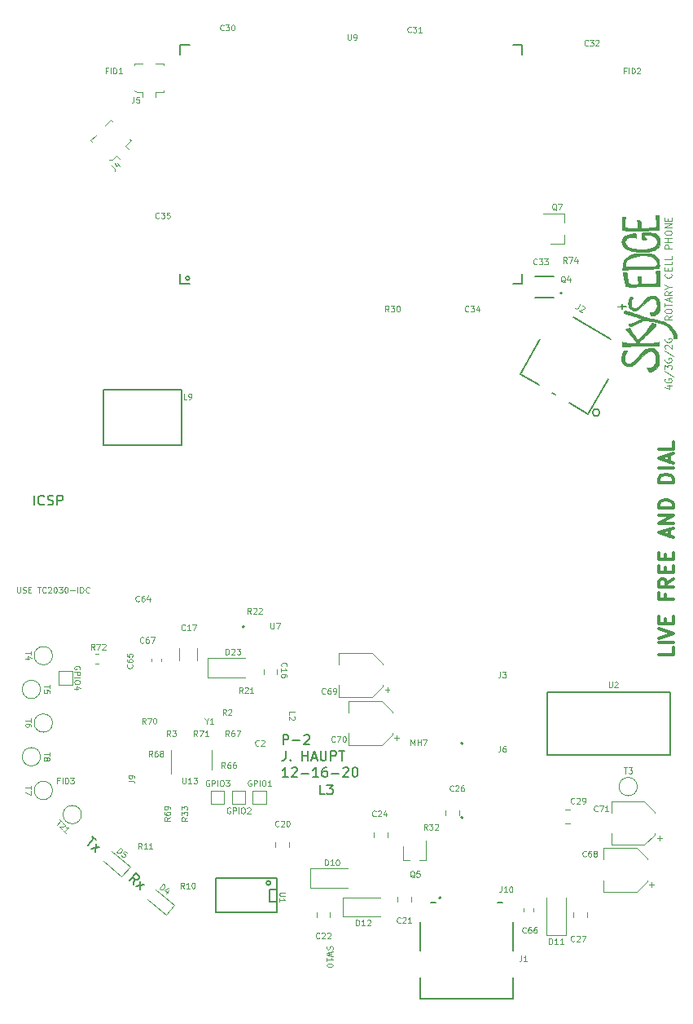
<source format=gbr>
G04 #@! TF.GenerationSoftware,KiCad,Pcbnew,5.1.6+dfsg1-1~bpo10+1*
G04 #@! TF.CreationDate,2020-12-21T12:29:25-05:00*
G04 #@! TF.ProjectId,4GRCP_Mainboard,34475243-505f-44d6-9169-6e626f617264,rev?*
G04 #@! TF.SameCoordinates,Original*
G04 #@! TF.FileFunction,Legend,Top*
G04 #@! TF.FilePolarity,Positive*
%FSLAX46Y46*%
G04 Gerber Fmt 4.6, Leading zero omitted, Abs format (unit mm)*
G04 Created by KiCad (PCBNEW 5.1.6+dfsg1-1~bpo10+1) date 2020-12-21 12:29:25*
%MOMM*%
%LPD*%
G01*
G04 APERTURE LIST*
%ADD10C,0.120000*%
%ADD11C,0.200000*%
%ADD12C,0.300000*%
%ADD13C,0.127000*%
%ADD14C,0.150000*%
%ADD15C,0.152400*%
%ADD16C,0.010000*%
%ADD17C,0.100000*%
G04 APERTURE END LIST*
D10*
X180350000Y-92983333D02*
X180816666Y-92983333D01*
X180083333Y-93150000D02*
X180583333Y-93316666D01*
X180583333Y-92883333D01*
X180150000Y-92250000D02*
X180116666Y-92316666D01*
X180116666Y-92416666D01*
X180150000Y-92516666D01*
X180216666Y-92583333D01*
X180283333Y-92616666D01*
X180416666Y-92650000D01*
X180516666Y-92650000D01*
X180650000Y-92616666D01*
X180716666Y-92583333D01*
X180783333Y-92516666D01*
X180816666Y-92416666D01*
X180816666Y-92350000D01*
X180783333Y-92250000D01*
X180750000Y-92216666D01*
X180516666Y-92216666D01*
X180516666Y-92350000D01*
X180083333Y-91416666D02*
X180983333Y-92016666D01*
X180116666Y-91250000D02*
X180116666Y-90816666D01*
X180383333Y-91050000D01*
X180383333Y-90950000D01*
X180416666Y-90883333D01*
X180450000Y-90850000D01*
X180516666Y-90816666D01*
X180683333Y-90816666D01*
X180750000Y-90850000D01*
X180783333Y-90883333D01*
X180816666Y-90950000D01*
X180816666Y-91150000D01*
X180783333Y-91216666D01*
X180750000Y-91250000D01*
X180150000Y-90150000D02*
X180116666Y-90216666D01*
X180116666Y-90316666D01*
X180150000Y-90416666D01*
X180216666Y-90483333D01*
X180283333Y-90516666D01*
X180416666Y-90550000D01*
X180516666Y-90550000D01*
X180650000Y-90516666D01*
X180716666Y-90483333D01*
X180783333Y-90416666D01*
X180816666Y-90316666D01*
X180816666Y-90250000D01*
X180783333Y-90150000D01*
X180750000Y-90116666D01*
X180516666Y-90116666D01*
X180516666Y-90250000D01*
X180083333Y-89316666D02*
X180983333Y-89916666D01*
X180183333Y-89116666D02*
X180150000Y-89083333D01*
X180116666Y-89016666D01*
X180116666Y-88850000D01*
X180150000Y-88783333D01*
X180183333Y-88750000D01*
X180250000Y-88716666D01*
X180316666Y-88716666D01*
X180416666Y-88750000D01*
X180816666Y-89150000D01*
X180816666Y-88716666D01*
X180150000Y-88050000D02*
X180116666Y-88116666D01*
X180116666Y-88216666D01*
X180150000Y-88316666D01*
X180216666Y-88383333D01*
X180283333Y-88416666D01*
X180416666Y-88450000D01*
X180516666Y-88450000D01*
X180650000Y-88416666D01*
X180716666Y-88383333D01*
X180783333Y-88316666D01*
X180816666Y-88216666D01*
X180816666Y-88150000D01*
X180783333Y-88050000D01*
X180750000Y-88016666D01*
X180516666Y-88016666D01*
X180516666Y-88150000D01*
X180816666Y-85716666D02*
X180483333Y-85950000D01*
X180816666Y-86116666D02*
X180116666Y-86116666D01*
X180116666Y-85850000D01*
X180150000Y-85783333D01*
X180183333Y-85750000D01*
X180250000Y-85716666D01*
X180350000Y-85716666D01*
X180416666Y-85750000D01*
X180450000Y-85783333D01*
X180483333Y-85850000D01*
X180483333Y-86116666D01*
X180116666Y-85283333D02*
X180116666Y-85150000D01*
X180150000Y-85083333D01*
X180216666Y-85016666D01*
X180350000Y-84983333D01*
X180583333Y-84983333D01*
X180716666Y-85016666D01*
X180783333Y-85083333D01*
X180816666Y-85150000D01*
X180816666Y-85283333D01*
X180783333Y-85350000D01*
X180716666Y-85416666D01*
X180583333Y-85450000D01*
X180350000Y-85450000D01*
X180216666Y-85416666D01*
X180150000Y-85350000D01*
X180116666Y-85283333D01*
X180116666Y-84783333D02*
X180116666Y-84383333D01*
X180816666Y-84583333D02*
X180116666Y-84583333D01*
X180616666Y-84183333D02*
X180616666Y-83850000D01*
X180816666Y-84250000D02*
X180116666Y-84016666D01*
X180816666Y-83783333D01*
X180816666Y-83150000D02*
X180483333Y-83383333D01*
X180816666Y-83550000D02*
X180116666Y-83550000D01*
X180116666Y-83283333D01*
X180150000Y-83216666D01*
X180183333Y-83183333D01*
X180250000Y-83150000D01*
X180350000Y-83150000D01*
X180416666Y-83183333D01*
X180450000Y-83216666D01*
X180483333Y-83283333D01*
X180483333Y-83550000D01*
X180483333Y-82716666D02*
X180816666Y-82716666D01*
X180116666Y-82950000D02*
X180483333Y-82716666D01*
X180116666Y-82483333D01*
X180750000Y-81316666D02*
X180783333Y-81350000D01*
X180816666Y-81450000D01*
X180816666Y-81516666D01*
X180783333Y-81616666D01*
X180716666Y-81683333D01*
X180650000Y-81716666D01*
X180516666Y-81750000D01*
X180416666Y-81750000D01*
X180283333Y-81716666D01*
X180216666Y-81683333D01*
X180150000Y-81616666D01*
X180116666Y-81516666D01*
X180116666Y-81450000D01*
X180150000Y-81350000D01*
X180183333Y-81316666D01*
X180450000Y-81016666D02*
X180450000Y-80783333D01*
X180816666Y-80683333D02*
X180816666Y-81016666D01*
X180116666Y-81016666D01*
X180116666Y-80683333D01*
X180816666Y-80050000D02*
X180816666Y-80383333D01*
X180116666Y-80383333D01*
X180816666Y-79483333D02*
X180816666Y-79816666D01*
X180116666Y-79816666D01*
X180816666Y-78716666D02*
X180116666Y-78716666D01*
X180116666Y-78450000D01*
X180150000Y-78383333D01*
X180183333Y-78350000D01*
X180250000Y-78316666D01*
X180350000Y-78316666D01*
X180416666Y-78350000D01*
X180450000Y-78383333D01*
X180483333Y-78450000D01*
X180483333Y-78716666D01*
X180816666Y-78016666D02*
X180116666Y-78016666D01*
X180450000Y-78016666D02*
X180450000Y-77616666D01*
X180816666Y-77616666D02*
X180116666Y-77616666D01*
X180116666Y-77150000D02*
X180116666Y-77016666D01*
X180150000Y-76950000D01*
X180216666Y-76883333D01*
X180350000Y-76850000D01*
X180583333Y-76850000D01*
X180716666Y-76883333D01*
X180783333Y-76950000D01*
X180816666Y-77016666D01*
X180816666Y-77150000D01*
X180783333Y-77216666D01*
X180716666Y-77283333D01*
X180583333Y-77316666D01*
X180350000Y-77316666D01*
X180216666Y-77283333D01*
X180150000Y-77216666D01*
X180116666Y-77150000D01*
X180816666Y-76550000D02*
X180116666Y-76550000D01*
X180816666Y-76150000D01*
X180116666Y-76150000D01*
X180450000Y-75816666D02*
X180450000Y-75583333D01*
X180816666Y-75483333D02*
X180816666Y-75816666D01*
X180116666Y-75816666D01*
X180116666Y-75483333D01*
D11*
X140418095Y-130202380D02*
X140418095Y-129202380D01*
X140799047Y-129202380D01*
X140894285Y-129250000D01*
X140941904Y-129297619D01*
X140989523Y-129392857D01*
X140989523Y-129535714D01*
X140941904Y-129630952D01*
X140894285Y-129678571D01*
X140799047Y-129726190D01*
X140418095Y-129726190D01*
X141418095Y-129821428D02*
X142180000Y-129821428D01*
X142608571Y-129297619D02*
X142656190Y-129250000D01*
X142751428Y-129202380D01*
X142989523Y-129202380D01*
X143084761Y-129250000D01*
X143132380Y-129297619D01*
X143180000Y-129392857D01*
X143180000Y-129488095D01*
X143132380Y-129630952D01*
X142560952Y-130202380D01*
X143180000Y-130202380D01*
X140703809Y-130902380D02*
X140703809Y-131616666D01*
X140656190Y-131759523D01*
X140560952Y-131854761D01*
X140418095Y-131902380D01*
X140322857Y-131902380D01*
X141180000Y-131807142D02*
X141227619Y-131854761D01*
X141180000Y-131902380D01*
X141132380Y-131854761D01*
X141180000Y-131807142D01*
X141180000Y-131902380D01*
X142418095Y-131902380D02*
X142418095Y-130902380D01*
X142418095Y-131378571D02*
X142989523Y-131378571D01*
X142989523Y-131902380D02*
X142989523Y-130902380D01*
X143418095Y-131616666D02*
X143894285Y-131616666D01*
X143322857Y-131902380D02*
X143656190Y-130902380D01*
X143989523Y-131902380D01*
X144322857Y-130902380D02*
X144322857Y-131711904D01*
X144370476Y-131807142D01*
X144418095Y-131854761D01*
X144513333Y-131902380D01*
X144703809Y-131902380D01*
X144799047Y-131854761D01*
X144846666Y-131807142D01*
X144894285Y-131711904D01*
X144894285Y-130902380D01*
X145370476Y-131902380D02*
X145370476Y-130902380D01*
X145751428Y-130902380D01*
X145846666Y-130950000D01*
X145894285Y-130997619D01*
X145941904Y-131092857D01*
X145941904Y-131235714D01*
X145894285Y-131330952D01*
X145846666Y-131378571D01*
X145751428Y-131426190D01*
X145370476Y-131426190D01*
X146227619Y-130902380D02*
X146799047Y-130902380D01*
X146513333Y-131902380D02*
X146513333Y-130902380D01*
X140941904Y-133602380D02*
X140370476Y-133602380D01*
X140656190Y-133602380D02*
X140656190Y-132602380D01*
X140560952Y-132745238D01*
X140465714Y-132840476D01*
X140370476Y-132888095D01*
X141322857Y-132697619D02*
X141370476Y-132650000D01*
X141465714Y-132602380D01*
X141703809Y-132602380D01*
X141799047Y-132650000D01*
X141846666Y-132697619D01*
X141894285Y-132792857D01*
X141894285Y-132888095D01*
X141846666Y-133030952D01*
X141275238Y-133602380D01*
X141894285Y-133602380D01*
X142322857Y-133221428D02*
X143084761Y-133221428D01*
X144084761Y-133602380D02*
X143513333Y-133602380D01*
X143799047Y-133602380D02*
X143799047Y-132602380D01*
X143703809Y-132745238D01*
X143608571Y-132840476D01*
X143513333Y-132888095D01*
X144941904Y-132602380D02*
X144751428Y-132602380D01*
X144656190Y-132650000D01*
X144608571Y-132697619D01*
X144513333Y-132840476D01*
X144465714Y-133030952D01*
X144465714Y-133411904D01*
X144513333Y-133507142D01*
X144560952Y-133554761D01*
X144656190Y-133602380D01*
X144846666Y-133602380D01*
X144941904Y-133554761D01*
X144989523Y-133507142D01*
X145037142Y-133411904D01*
X145037142Y-133173809D01*
X144989523Y-133078571D01*
X144941904Y-133030952D01*
X144846666Y-132983333D01*
X144656190Y-132983333D01*
X144560952Y-133030952D01*
X144513333Y-133078571D01*
X144465714Y-133173809D01*
X145465714Y-133221428D02*
X146227619Y-133221428D01*
X146656190Y-132697619D02*
X146703809Y-132650000D01*
X146799047Y-132602380D01*
X147037142Y-132602380D01*
X147132380Y-132650000D01*
X147180000Y-132697619D01*
X147227619Y-132792857D01*
X147227619Y-132888095D01*
X147180000Y-133030952D01*
X146608571Y-133602380D01*
X147227619Y-133602380D01*
X147846666Y-132602380D02*
X147941904Y-132602380D01*
X148037142Y-132650000D01*
X148084761Y-132697619D01*
X148132380Y-132792857D01*
X148180000Y-132983333D01*
X148180000Y-133221428D01*
X148132380Y-133411904D01*
X148084761Y-133507142D01*
X148037142Y-133554761D01*
X147941904Y-133602380D01*
X147846666Y-133602380D01*
X147751428Y-133554761D01*
X147703809Y-133507142D01*
X147656190Y-133411904D01*
X147608571Y-133221428D01*
X147608571Y-132983333D01*
X147656190Y-132792857D01*
X147703809Y-132697619D01*
X147751428Y-132650000D01*
X147846666Y-132602380D01*
D12*
X180978571Y-120164285D02*
X180978571Y-120878571D01*
X179478571Y-120878571D01*
X180978571Y-119664285D02*
X179478571Y-119664285D01*
X179478571Y-119164285D02*
X180978571Y-118664285D01*
X179478571Y-118164285D01*
X180192857Y-117664285D02*
X180192857Y-117164285D01*
X180978571Y-116950000D02*
X180978571Y-117664285D01*
X179478571Y-117664285D01*
X179478571Y-116950000D01*
X180192857Y-114664285D02*
X180192857Y-115164285D01*
X180978571Y-115164285D02*
X179478571Y-115164285D01*
X179478571Y-114450000D01*
X180978571Y-113021428D02*
X180264285Y-113521428D01*
X180978571Y-113878571D02*
X179478571Y-113878571D01*
X179478571Y-113307142D01*
X179550000Y-113164285D01*
X179621428Y-113092857D01*
X179764285Y-113021428D01*
X179978571Y-113021428D01*
X180121428Y-113092857D01*
X180192857Y-113164285D01*
X180264285Y-113307142D01*
X180264285Y-113878571D01*
X180192857Y-112378571D02*
X180192857Y-111878571D01*
X180978571Y-111664285D02*
X180978571Y-112378571D01*
X179478571Y-112378571D01*
X179478571Y-111664285D01*
X180192857Y-111021428D02*
X180192857Y-110521428D01*
X180978571Y-110307142D02*
X180978571Y-111021428D01*
X179478571Y-111021428D01*
X179478571Y-110307142D01*
X180550000Y-108592857D02*
X180550000Y-107878571D01*
X180978571Y-108735714D02*
X179478571Y-108235714D01*
X180978571Y-107735714D01*
X180978571Y-107235714D02*
X179478571Y-107235714D01*
X180978571Y-106378571D01*
X179478571Y-106378571D01*
X180978571Y-105664285D02*
X179478571Y-105664285D01*
X179478571Y-105307142D01*
X179550000Y-105092857D01*
X179692857Y-104950000D01*
X179835714Y-104878571D01*
X180121428Y-104807142D01*
X180335714Y-104807142D01*
X180621428Y-104878571D01*
X180764285Y-104950000D01*
X180907142Y-105092857D01*
X180978571Y-105307142D01*
X180978571Y-105664285D01*
X180978571Y-103021428D02*
X179478571Y-103021428D01*
X179478571Y-102664285D01*
X179550000Y-102450000D01*
X179692857Y-102307142D01*
X179835714Y-102235714D01*
X180121428Y-102164285D01*
X180335714Y-102164285D01*
X180621428Y-102235714D01*
X180764285Y-102307142D01*
X180907142Y-102450000D01*
X180978571Y-102664285D01*
X180978571Y-103021428D01*
X180978571Y-101521428D02*
X179478571Y-101521428D01*
X180550000Y-100878571D02*
X180550000Y-100164285D01*
X180978571Y-101021428D02*
X179478571Y-100521428D01*
X180978571Y-100021428D01*
X180978571Y-98807142D02*
X180978571Y-99521428D01*
X179478571Y-99521428D01*
D10*
X116450000Y-135000000D02*
G75*
G03*
X116450000Y-135000000I-950000J0D01*
G01*
D13*
X154675000Y-156655000D02*
X154675000Y-154405000D01*
X154675000Y-151655000D02*
X154675000Y-148655000D01*
X155750000Y-146655000D02*
X156250000Y-146655000D01*
X162750000Y-146655000D02*
X163250000Y-146655000D01*
X164325000Y-148655000D02*
X164325000Y-151655000D01*
X164325000Y-154405000D02*
X164325000Y-156655000D01*
X164325000Y-156655000D02*
X154675000Y-156655000D01*
D11*
X156850000Y-146155000D02*
G75*
G03*
X156850000Y-146155000I-100000J0D01*
G01*
D10*
X151310000Y-139858578D02*
X151310000Y-139341422D01*
X149890000Y-139858578D02*
X149890000Y-139341422D01*
D14*
X167850000Y-124800000D02*
X167850000Y-131300000D01*
X180650000Y-124800000D02*
X167850000Y-124800000D01*
X180650000Y-131300000D02*
X180650000Y-124800000D01*
X167850000Y-131300000D02*
X180650000Y-131300000D01*
X159136803Y-137811803D02*
G75*
G03*
X159136803Y-137811803I-111803J0D01*
G01*
X159136803Y-130111803D02*
G75*
G03*
X159136803Y-130111803I-111803J0D01*
G01*
D10*
X126319266Y-146302775D02*
X128222886Y-147900103D01*
X128222886Y-147900103D02*
X129103505Y-146850622D01*
X129103505Y-146850622D02*
X127199885Y-145253294D01*
X121716855Y-142330510D02*
X123620475Y-143927838D01*
X123620475Y-143927838D02*
X124501094Y-142878357D01*
X124501094Y-142878357D02*
X122597474Y-141281029D01*
D14*
X139810000Y-144122000D02*
X133460000Y-144122000D01*
X133460000Y-147678000D02*
X139810000Y-147678000D01*
X133460000Y-147678000D02*
X133460000Y-144122000D01*
X139810000Y-144122000D02*
X139810000Y-147678000D01*
X139810000Y-146535000D02*
X139048000Y-146535000D01*
X139048000Y-146535000D02*
X139048000Y-145265000D01*
X139048000Y-145265000D02*
X139810000Y-145265000D01*
X139123607Y-144600000D02*
G75*
G03*
X139123607Y-144600000I-223607J0D01*
G01*
D15*
X165049928Y-91783231D02*
X166997672Y-92907762D01*
X172154974Y-95885331D02*
X174248504Y-92259231D01*
X174472268Y-88101780D02*
X170632034Y-85884620D01*
X167143458Y-88157131D02*
X165049928Y-91783231D01*
X170163929Y-94735801D02*
X172154974Y-95885331D01*
X168431880Y-93735802D02*
X168729721Y-93907761D01*
X173347099Y-95750420D02*
G75*
G03*
X173347099Y-95750420I-381000J0D01*
G01*
D10*
X165390000Y-147237221D02*
X165390000Y-147562779D01*
X166410000Y-147237221D02*
X166410000Y-147562779D01*
X127760000Y-121612779D02*
X127760000Y-121287221D01*
X126740000Y-121612779D02*
X126740000Y-121287221D01*
X178750000Y-145060000D02*
X178750000Y-144560000D01*
X179000000Y-144810000D02*
X178500000Y-144810000D01*
X178260000Y-142054437D02*
X177195563Y-140990000D01*
X178260000Y-144445563D02*
X177195563Y-145510000D01*
X178260000Y-144445563D02*
X178260000Y-144310000D01*
X178260000Y-142054437D02*
X178260000Y-142190000D01*
X177195563Y-140990000D02*
X173740000Y-140990000D01*
X177195563Y-145510000D02*
X173740000Y-145510000D01*
X173740000Y-145510000D02*
X173740000Y-144310000D01*
X173740000Y-140990000D02*
X173740000Y-142190000D01*
X146240000Y-120740000D02*
X146240000Y-121940000D01*
X146240000Y-125260000D02*
X146240000Y-124060000D01*
X149695563Y-125260000D02*
X146240000Y-125260000D01*
X149695563Y-120740000D02*
X146240000Y-120740000D01*
X150760000Y-121804437D02*
X150760000Y-121940000D01*
X150760000Y-124195563D02*
X150760000Y-124060000D01*
X150760000Y-124195563D02*
X149695563Y-125260000D01*
X150760000Y-121804437D02*
X149695563Y-120740000D01*
X151500000Y-124560000D02*
X151000000Y-124560000D01*
X151250000Y-124810000D02*
X151250000Y-124310000D01*
X147240000Y-125740000D02*
X147240000Y-126940000D01*
X147240000Y-130260000D02*
X147240000Y-129060000D01*
X150695563Y-130260000D02*
X147240000Y-130260000D01*
X150695563Y-125740000D02*
X147240000Y-125740000D01*
X151760000Y-126804437D02*
X151760000Y-126940000D01*
X151760000Y-129195563D02*
X151760000Y-129060000D01*
X151760000Y-129195563D02*
X150695563Y-130260000D01*
X151760000Y-126804437D02*
X150695563Y-125740000D01*
X152500000Y-129560000D02*
X152000000Y-129560000D01*
X152250000Y-129810000D02*
X152250000Y-129310000D01*
X174540000Y-136140000D02*
X174540000Y-137340000D01*
X174540000Y-140660000D02*
X174540000Y-139460000D01*
X177995563Y-140660000D02*
X174540000Y-140660000D01*
X177995563Y-136140000D02*
X174540000Y-136140000D01*
X179060000Y-137204437D02*
X179060000Y-137340000D01*
X179060000Y-139595563D02*
X179060000Y-139460000D01*
X179060000Y-139595563D02*
X177995563Y-140660000D01*
X179060000Y-137204437D02*
X177995563Y-136140000D01*
X179800000Y-139960000D02*
X179300000Y-139960000D01*
X179550000Y-140210000D02*
X179550000Y-139710000D01*
X120378680Y-67500000D02*
X120944365Y-66934315D01*
X120520101Y-67641421D02*
X120378680Y-67500000D01*
X122500000Y-65378680D02*
X122641421Y-65520101D01*
X121934315Y-65944365D02*
X122500000Y-65378680D01*
X124621320Y-67500000D02*
X124055635Y-68065685D01*
X124479899Y-67358579D02*
X124621320Y-67500000D01*
X122641421Y-69479899D02*
X122358579Y-69479899D01*
X123065685Y-69055635D02*
X122641421Y-69479899D01*
X123065685Y-69055635D02*
X123419239Y-69409188D01*
X124055635Y-68065685D02*
X124409188Y-68419239D01*
X127200000Y-62500000D02*
X127200000Y-63000000D01*
X125800000Y-62500000D02*
X125800000Y-63000000D01*
X125800000Y-62500000D02*
X125200000Y-62500000D01*
X125200000Y-62500000D02*
X125000000Y-62300000D01*
X128000000Y-62300000D02*
X128000000Y-62500000D01*
X128000000Y-62500000D02*
X127200000Y-62500000D01*
X127200000Y-59500000D02*
X128000000Y-59500000D01*
X128000000Y-59500000D02*
X128000000Y-59700000D01*
X125000000Y-59700000D02*
X125000000Y-59500000D01*
X125000000Y-59500000D02*
X125800000Y-59500000D01*
D11*
X169450000Y-83350000D02*
G75*
G03*
X169450000Y-83350000I-100000J0D01*
G01*
D13*
X168600000Y-83819000D02*
X166600000Y-83819000D01*
X166600000Y-81581000D02*
X168600000Y-81581000D01*
D10*
X121271267Y-121810000D02*
X120928733Y-121810000D01*
X121271267Y-120790000D02*
X120928733Y-120790000D01*
D14*
X129700000Y-82400000D02*
X130700000Y-82400000D01*
X129700000Y-81400000D02*
X129700000Y-82400000D01*
X165300000Y-82400000D02*
X164300000Y-82400000D01*
X165300000Y-81400000D02*
X165300000Y-82400000D01*
X165300000Y-57600000D02*
X165300000Y-58600000D01*
X164300000Y-57600000D02*
X165300000Y-57600000D01*
X129700000Y-57600000D02*
X129700000Y-58600000D01*
X129700000Y-57600000D02*
X130700000Y-57600000D01*
X130700000Y-81800000D02*
G75*
G03*
X130700000Y-81800000I-200000J0D01*
G01*
D10*
X133000000Y-130800000D02*
X133000000Y-132800000D01*
X128800000Y-130800000D02*
X128800000Y-133300000D01*
X138390000Y-122391422D02*
X138390000Y-122908578D01*
X139810000Y-122391422D02*
X139810000Y-122908578D01*
X131460000Y-121452064D02*
X131460000Y-120247936D01*
X129640000Y-121452064D02*
X129640000Y-120247936D01*
X132600000Y-121250000D02*
X136500000Y-121250000D01*
X132600000Y-123250000D02*
X136500000Y-123250000D01*
X132600000Y-121250000D02*
X132600000Y-123250000D01*
D14*
X136400000Y-118000000D02*
G75*
G03*
X136400000Y-118000000I-100000J0D01*
G01*
D16*
G36*
X175381743Y-84704690D02*
G01*
X175506506Y-84681560D01*
X175579938Y-84647382D01*
X175614176Y-84593212D01*
X175621513Y-84527938D01*
X175632377Y-84467726D01*
X175655841Y-84460707D01*
X175680019Y-84501484D01*
X175691425Y-84559688D01*
X175700320Y-84617886D01*
X175723345Y-84650846D01*
X175776478Y-84668706D01*
X175875693Y-84681603D01*
X175885164Y-84682623D01*
X175994840Y-84697918D01*
X176066270Y-84714554D01*
X176092937Y-84729472D01*
X176068322Y-84739616D01*
X176012260Y-84742250D01*
X175861201Y-84751341D01*
X175762937Y-84780940D01*
X175709087Y-84834541D01*
X175695620Y-84874211D01*
X175672309Y-84949286D01*
X175646121Y-84982585D01*
X175626421Y-84967476D01*
X175621513Y-84926687D01*
X175612032Y-84852698D01*
X175576348Y-84805353D01*
X175501809Y-84775517D01*
X175383875Y-84755121D01*
X175193375Y-84729797D01*
X175381743Y-84704690D01*
G37*
X175381743Y-84704690D02*
X175506506Y-84681560D01*
X175579938Y-84647382D01*
X175614176Y-84593212D01*
X175621513Y-84527938D01*
X175632377Y-84467726D01*
X175655841Y-84460707D01*
X175680019Y-84501484D01*
X175691425Y-84559688D01*
X175700320Y-84617886D01*
X175723345Y-84650846D01*
X175776478Y-84668706D01*
X175875693Y-84681603D01*
X175885164Y-84682623D01*
X175994840Y-84697918D01*
X176066270Y-84714554D01*
X176092937Y-84729472D01*
X176068322Y-84739616D01*
X176012260Y-84742250D01*
X175861201Y-84751341D01*
X175762937Y-84780940D01*
X175709087Y-84834541D01*
X175695620Y-84874211D01*
X175672309Y-84949286D01*
X175646121Y-84982585D01*
X175626421Y-84967476D01*
X175621513Y-84926687D01*
X175612032Y-84852698D01*
X175576348Y-84805353D01*
X175501809Y-84775517D01*
X175383875Y-84755121D01*
X175193375Y-84729797D01*
X175381743Y-84704690D01*
G36*
X175599875Y-90065710D02*
G01*
X175625511Y-89943269D01*
X175662290Y-89799753D01*
X175705351Y-89651891D01*
X175749827Y-89516410D01*
X175790855Y-89410038D01*
X175822888Y-89350331D01*
X175871534Y-89323796D01*
X175962821Y-89320609D01*
X176014187Y-89325532D01*
X176107303Y-89338979D01*
X176170684Y-89352649D01*
X176185137Y-89358804D01*
X176177305Y-89390700D01*
X176139945Y-89452892D01*
X176121340Y-89478853D01*
X176032014Y-89631544D01*
X175964384Y-89812470D01*
X175921340Y-90004692D01*
X175905769Y-90191266D01*
X175920559Y-90355253D01*
X175954740Y-90456024D01*
X176053135Y-90583348D01*
X176185744Y-90666607D01*
X176337510Y-90700184D01*
X176493374Y-90678463D01*
X176522173Y-90667636D01*
X176640198Y-90597979D01*
X176788701Y-90475558D01*
X176965697Y-90302188D01*
X177169204Y-90079683D01*
X177186081Y-90060375D01*
X177422545Y-89795045D01*
X177629085Y-89577837D01*
X177811725Y-89404530D01*
X177976492Y-89270904D01*
X178129409Y-89172736D01*
X178276503Y-89105806D01*
X178423798Y-89065892D01*
X178577320Y-89048773D01*
X178631933Y-89047395D01*
X178853378Y-89064197D01*
X179037296Y-89119882D01*
X179186005Y-89217654D01*
X179301825Y-89360713D01*
X179387073Y-89552260D01*
X179444068Y-89795497D01*
X179475129Y-90093626D01*
X179480531Y-90219125D01*
X179483280Y-90385553D01*
X179481935Y-90538764D01*
X179476892Y-90662368D01*
X179468545Y-90739978D01*
X179467906Y-90743000D01*
X179388286Y-90960408D01*
X179256097Y-91147837D01*
X179077071Y-91300472D01*
X178856942Y-91413496D01*
X178601442Y-91482094D01*
X178585019Y-91484706D01*
X178452413Y-91505005D01*
X178354831Y-91334451D01*
X178303251Y-91238847D01*
X178267882Y-91162870D01*
X178257250Y-91128073D01*
X178287025Y-91105718D01*
X178369447Y-91093524D01*
X178423937Y-91091940D01*
X178636730Y-91063267D01*
X178819985Y-90981524D01*
X178967119Y-90851872D01*
X179071550Y-90679469D01*
X179112164Y-90552500D01*
X179140454Y-90347222D01*
X179140758Y-90122720D01*
X179115343Y-89898938D01*
X179066479Y-89695818D01*
X178996435Y-89533303D01*
X178996138Y-89532800D01*
X178899774Y-89428170D01*
X178766642Y-89368308D01*
X178606528Y-89354801D01*
X178429222Y-89389233D01*
X178335349Y-89425754D01*
X178269246Y-89469163D01*
X178164566Y-89555408D01*
X178025668Y-89680540D01*
X177856913Y-89840614D01*
X177662661Y-90031681D01*
X177631144Y-90063222D01*
X177392302Y-90299671D01*
X177189603Y-90492525D01*
X177017232Y-90645853D01*
X176869375Y-90763725D01*
X176740218Y-90850210D01*
X176623945Y-90909376D01*
X176514744Y-90945294D01*
X176406799Y-90962033D01*
X176343292Y-90964553D01*
X176170426Y-90945802D01*
X176017757Y-90882752D01*
X175868451Y-90767811D01*
X175834681Y-90735103D01*
X175698906Y-90556476D01*
X175615596Y-90349976D01*
X175590250Y-90150349D01*
X175599875Y-90065710D01*
G37*
X175599875Y-90065710D02*
X175625511Y-89943269D01*
X175662290Y-89799753D01*
X175705351Y-89651891D01*
X175749827Y-89516410D01*
X175790855Y-89410038D01*
X175822888Y-89350331D01*
X175871534Y-89323796D01*
X175962821Y-89320609D01*
X176014187Y-89325532D01*
X176107303Y-89338979D01*
X176170684Y-89352649D01*
X176185137Y-89358804D01*
X176177305Y-89390700D01*
X176139945Y-89452892D01*
X176121340Y-89478853D01*
X176032014Y-89631544D01*
X175964384Y-89812470D01*
X175921340Y-90004692D01*
X175905769Y-90191266D01*
X175920559Y-90355253D01*
X175954740Y-90456024D01*
X176053135Y-90583348D01*
X176185744Y-90666607D01*
X176337510Y-90700184D01*
X176493374Y-90678463D01*
X176522173Y-90667636D01*
X176640198Y-90597979D01*
X176788701Y-90475558D01*
X176965697Y-90302188D01*
X177169204Y-90079683D01*
X177186081Y-90060375D01*
X177422545Y-89795045D01*
X177629085Y-89577837D01*
X177811725Y-89404530D01*
X177976492Y-89270904D01*
X178129409Y-89172736D01*
X178276503Y-89105806D01*
X178423798Y-89065892D01*
X178577320Y-89048773D01*
X178631933Y-89047395D01*
X178853378Y-89064197D01*
X179037296Y-89119882D01*
X179186005Y-89217654D01*
X179301825Y-89360713D01*
X179387073Y-89552260D01*
X179444068Y-89795497D01*
X179475129Y-90093626D01*
X179480531Y-90219125D01*
X179483280Y-90385553D01*
X179481935Y-90538764D01*
X179476892Y-90662368D01*
X179468545Y-90739978D01*
X179467906Y-90743000D01*
X179388286Y-90960408D01*
X179256097Y-91147837D01*
X179077071Y-91300472D01*
X178856942Y-91413496D01*
X178601442Y-91482094D01*
X178585019Y-91484706D01*
X178452413Y-91505005D01*
X178354831Y-91334451D01*
X178303251Y-91238847D01*
X178267882Y-91162870D01*
X178257250Y-91128073D01*
X178287025Y-91105718D01*
X178369447Y-91093524D01*
X178423937Y-91091940D01*
X178636730Y-91063267D01*
X178819985Y-90981524D01*
X178967119Y-90851872D01*
X179071550Y-90679469D01*
X179112164Y-90552500D01*
X179140454Y-90347222D01*
X179140758Y-90122720D01*
X179115343Y-89898938D01*
X179066479Y-89695818D01*
X178996435Y-89533303D01*
X178996138Y-89532800D01*
X178899774Y-89428170D01*
X178766642Y-89368308D01*
X178606528Y-89354801D01*
X178429222Y-89389233D01*
X178335349Y-89425754D01*
X178269246Y-89469163D01*
X178164566Y-89555408D01*
X178025668Y-89680540D01*
X177856913Y-89840614D01*
X177662661Y-90031681D01*
X177631144Y-90063222D01*
X177392302Y-90299671D01*
X177189603Y-90492525D01*
X177017232Y-90645853D01*
X176869375Y-90763725D01*
X176740218Y-90850210D01*
X176623945Y-90909376D01*
X176514744Y-90945294D01*
X176406799Y-90962033D01*
X176343292Y-90964553D01*
X176170426Y-90945802D01*
X176017757Y-90882752D01*
X175868451Y-90767811D01*
X175834681Y-90735103D01*
X175698906Y-90556476D01*
X175615596Y-90349976D01*
X175590250Y-90150349D01*
X175599875Y-90065710D01*
G36*
X175641118Y-75875798D02*
G01*
X175644866Y-75779733D01*
X175662900Y-75413548D01*
X175778613Y-75402513D01*
X175902025Y-75397315D01*
X175974249Y-75416119D01*
X176000856Y-75467357D01*
X175987417Y-75559461D01*
X175952501Y-75665696D01*
X175927861Y-75764347D01*
X175909833Y-75896501D01*
X175898815Y-76046015D01*
X175895207Y-76196747D01*
X175899406Y-76332556D01*
X175911811Y-76437301D01*
X175932055Y-76493945D01*
X175987873Y-76524459D01*
X176096659Y-76552589D01*
X176247889Y-76576982D01*
X176431039Y-76596288D01*
X176635585Y-76609152D01*
X176851003Y-76614222D01*
X176868069Y-76614250D01*
X177023822Y-76614157D01*
X177139300Y-76608489D01*
X177219354Y-76589168D01*
X177268834Y-76548116D01*
X177292589Y-76477252D01*
X177295468Y-76368499D01*
X177282323Y-76213777D01*
X177258001Y-76005007D01*
X177254017Y-75971313D01*
X177232507Y-75788750D01*
X177375865Y-75788750D01*
X177472849Y-75797734D01*
X177541528Y-75820620D01*
X177554258Y-75830963D01*
X177570275Y-75882537D01*
X177581646Y-75986492D01*
X177587405Y-76131813D01*
X177587884Y-76215244D01*
X177589145Y-76356671D01*
X177593649Y-76473657D01*
X177600643Y-76552199D01*
X177607419Y-76577844D01*
X177648303Y-76586825D01*
X177740862Y-76592089D01*
X177873395Y-76593896D01*
X178034203Y-76592507D01*
X178211585Y-76588185D01*
X178393841Y-76581190D01*
X178569270Y-76571784D01*
X178726173Y-76560228D01*
X178821084Y-76550726D01*
X178991001Y-76526727D01*
X179103136Y-76500463D01*
X179163201Y-76470501D01*
X179170062Y-76463184D01*
X179191478Y-76400495D01*
X179204131Y-76288477D01*
X179207973Y-76140696D01*
X179202958Y-75970722D01*
X179189036Y-75792124D01*
X179172879Y-75661750D01*
X179155077Y-75531143D01*
X179141269Y-75412829D01*
X179134302Y-75331343D01*
X179134172Y-75328375D01*
X179130375Y-75233125D01*
X179511375Y-75233125D01*
X179519871Y-76000843D01*
X179521133Y-76216920D01*
X179520097Y-76410474D01*
X179516984Y-76572749D01*
X179512015Y-76694988D01*
X179505409Y-76768432D01*
X179500112Y-76786025D01*
X179458813Y-76792844D01*
X179361375Y-76799887D01*
X179215162Y-76807011D01*
X179027533Y-76814077D01*
X178805852Y-76820943D01*
X178557478Y-76827468D01*
X178289774Y-76833511D01*
X178010100Y-76838931D01*
X177725819Y-76843586D01*
X177444291Y-76847337D01*
X177172879Y-76850040D01*
X176918942Y-76851557D01*
X176689844Y-76851744D01*
X176492944Y-76850463D01*
X176335605Y-76847570D01*
X176317060Y-76847025D01*
X175662745Y-76826683D01*
X175644788Y-76486300D01*
X175638770Y-76300751D01*
X175637548Y-76085908D01*
X175641118Y-75875798D01*
G37*
X175641118Y-75875798D02*
X175644866Y-75779733D01*
X175662900Y-75413548D01*
X175778613Y-75402513D01*
X175902025Y-75397315D01*
X175974249Y-75416119D01*
X176000856Y-75467357D01*
X175987417Y-75559461D01*
X175952501Y-75665696D01*
X175927861Y-75764347D01*
X175909833Y-75896501D01*
X175898815Y-76046015D01*
X175895207Y-76196747D01*
X175899406Y-76332556D01*
X175911811Y-76437301D01*
X175932055Y-76493945D01*
X175987873Y-76524459D01*
X176096659Y-76552589D01*
X176247889Y-76576982D01*
X176431039Y-76596288D01*
X176635585Y-76609152D01*
X176851003Y-76614222D01*
X176868069Y-76614250D01*
X177023822Y-76614157D01*
X177139300Y-76608489D01*
X177219354Y-76589168D01*
X177268834Y-76548116D01*
X177292589Y-76477252D01*
X177295468Y-76368499D01*
X177282323Y-76213777D01*
X177258001Y-76005007D01*
X177254017Y-75971313D01*
X177232507Y-75788750D01*
X177375865Y-75788750D01*
X177472849Y-75797734D01*
X177541528Y-75820620D01*
X177554258Y-75830963D01*
X177570275Y-75882537D01*
X177581646Y-75986492D01*
X177587405Y-76131813D01*
X177587884Y-76215244D01*
X177589145Y-76356671D01*
X177593649Y-76473657D01*
X177600643Y-76552199D01*
X177607419Y-76577844D01*
X177648303Y-76586825D01*
X177740862Y-76592089D01*
X177873395Y-76593896D01*
X178034203Y-76592507D01*
X178211585Y-76588185D01*
X178393841Y-76581190D01*
X178569270Y-76571784D01*
X178726173Y-76560228D01*
X178821084Y-76550726D01*
X178991001Y-76526727D01*
X179103136Y-76500463D01*
X179163201Y-76470501D01*
X179170062Y-76463184D01*
X179191478Y-76400495D01*
X179204131Y-76288477D01*
X179207973Y-76140696D01*
X179202958Y-75970722D01*
X179189036Y-75792124D01*
X179172879Y-75661750D01*
X179155077Y-75531143D01*
X179141269Y-75412829D01*
X179134302Y-75331343D01*
X179134172Y-75328375D01*
X179130375Y-75233125D01*
X179511375Y-75233125D01*
X179519871Y-76000843D01*
X179521133Y-76216920D01*
X179520097Y-76410474D01*
X179516984Y-76572749D01*
X179512015Y-76694988D01*
X179505409Y-76768432D01*
X179500112Y-76786025D01*
X179458813Y-76792844D01*
X179361375Y-76799887D01*
X179215162Y-76807011D01*
X179027533Y-76814077D01*
X178805852Y-76820943D01*
X178557478Y-76827468D01*
X178289774Y-76833511D01*
X178010100Y-76838931D01*
X177725819Y-76843586D01*
X177444291Y-76847337D01*
X177172879Y-76850040D01*
X176918942Y-76851557D01*
X176689844Y-76851744D01*
X176492944Y-76850463D01*
X176335605Y-76847570D01*
X176317060Y-76847025D01*
X175662745Y-76826683D01*
X175644788Y-76486300D01*
X175638770Y-76300751D01*
X175637548Y-76085908D01*
X175641118Y-75875798D01*
G36*
X175722697Y-80559188D02*
G01*
X175731373Y-80390421D01*
X175745305Y-80266062D01*
X175767977Y-80167044D01*
X175802873Y-80074297D01*
X175816994Y-80043250D01*
X175954282Y-79824422D01*
X176145096Y-79638372D01*
X176388302Y-79485570D01*
X176682760Y-79366481D01*
X177027334Y-79281575D01*
X177420886Y-79231318D01*
X177828625Y-79216086D01*
X178224934Y-79230091D01*
X178565541Y-79272516D01*
X178851818Y-79343944D01*
X179085138Y-79444961D01*
X179266874Y-79576152D01*
X179398397Y-79738102D01*
X179477499Y-79918998D01*
X179499226Y-80021216D01*
X179515136Y-80153044D01*
X179525068Y-80300579D01*
X179528860Y-80449919D01*
X179526352Y-80587158D01*
X179517383Y-80698393D01*
X179501791Y-80769721D01*
X179487562Y-80788261D01*
X179450919Y-80791053D01*
X179357716Y-80795389D01*
X179214869Y-80801056D01*
X179029294Y-80807840D01*
X178807907Y-80815528D01*
X178557623Y-80823908D01*
X178285359Y-80832765D01*
X177998030Y-80841886D01*
X177702551Y-80851059D01*
X177405840Y-80860070D01*
X177114812Y-80868706D01*
X176836382Y-80876753D01*
X176784715Y-80878198D01*
X176784715Y-80613960D01*
X177061097Y-80613930D01*
X177202679Y-80613824D01*
X177638726Y-80611861D01*
X178027109Y-80606771D01*
X178365551Y-80598664D01*
X178651775Y-80587646D01*
X178883505Y-80573825D01*
X179058463Y-80557308D01*
X179174372Y-80538205D01*
X179227323Y-80518091D01*
X179261034Y-80463315D01*
X179282208Y-80382199D01*
X179292592Y-80301817D01*
X179299876Y-80249736D01*
X179299893Y-80249625D01*
X179289592Y-80206563D01*
X179257724Y-80124877D01*
X179213584Y-80027375D01*
X179100856Y-79837804D01*
X178959866Y-79691553D01*
X178775384Y-79573833D01*
X178717625Y-79545707D01*
X178639440Y-79511420D01*
X178567885Y-79486901D01*
X178489382Y-79470135D01*
X178390351Y-79459107D01*
X178257213Y-79451801D01*
X178076388Y-79446201D01*
X178041181Y-79445305D01*
X177653001Y-79450135D01*
X177295029Y-79483605D01*
X176971328Y-79543981D01*
X176685957Y-79629532D01*
X176442978Y-79738527D01*
X176246450Y-79869233D01*
X176100435Y-80019918D01*
X176008993Y-80188851D01*
X175978814Y-80324945D01*
X175977310Y-80431933D01*
X175990921Y-80521559D01*
X176000522Y-80546621D01*
X176011147Y-80564300D01*
X176026337Y-80578615D01*
X176052333Y-80589916D01*
X176095375Y-80598552D01*
X176161704Y-80604871D01*
X176257562Y-80609223D01*
X176389189Y-80611956D01*
X176562827Y-80613418D01*
X176784715Y-80613960D01*
X176784715Y-80878198D01*
X176577466Y-80883998D01*
X176344981Y-80890229D01*
X176145841Y-80895231D01*
X175986964Y-80898792D01*
X175875264Y-80900698D01*
X175832800Y-80900955D01*
X175710225Y-80900500D01*
X175722697Y-80559188D01*
G37*
X175722697Y-80559188D02*
X175731373Y-80390421D01*
X175745305Y-80266062D01*
X175767977Y-80167044D01*
X175802873Y-80074297D01*
X175816994Y-80043250D01*
X175954282Y-79824422D01*
X176145096Y-79638372D01*
X176388302Y-79485570D01*
X176682760Y-79366481D01*
X177027334Y-79281575D01*
X177420886Y-79231318D01*
X177828625Y-79216086D01*
X178224934Y-79230091D01*
X178565541Y-79272516D01*
X178851818Y-79343944D01*
X179085138Y-79444961D01*
X179266874Y-79576152D01*
X179398397Y-79738102D01*
X179477499Y-79918998D01*
X179499226Y-80021216D01*
X179515136Y-80153044D01*
X179525068Y-80300579D01*
X179528860Y-80449919D01*
X179526352Y-80587158D01*
X179517383Y-80698393D01*
X179501791Y-80769721D01*
X179487562Y-80788261D01*
X179450919Y-80791053D01*
X179357716Y-80795389D01*
X179214869Y-80801056D01*
X179029294Y-80807840D01*
X178807907Y-80815528D01*
X178557623Y-80823908D01*
X178285359Y-80832765D01*
X177998030Y-80841886D01*
X177702551Y-80851059D01*
X177405840Y-80860070D01*
X177114812Y-80868706D01*
X176836382Y-80876753D01*
X176784715Y-80878198D01*
X176784715Y-80613960D01*
X177061097Y-80613930D01*
X177202679Y-80613824D01*
X177638726Y-80611861D01*
X178027109Y-80606771D01*
X178365551Y-80598664D01*
X178651775Y-80587646D01*
X178883505Y-80573825D01*
X179058463Y-80557308D01*
X179174372Y-80538205D01*
X179227323Y-80518091D01*
X179261034Y-80463315D01*
X179282208Y-80382199D01*
X179292592Y-80301817D01*
X179299876Y-80249736D01*
X179299893Y-80249625D01*
X179289592Y-80206563D01*
X179257724Y-80124877D01*
X179213584Y-80027375D01*
X179100856Y-79837804D01*
X178959866Y-79691553D01*
X178775384Y-79573833D01*
X178717625Y-79545707D01*
X178639440Y-79511420D01*
X178567885Y-79486901D01*
X178489382Y-79470135D01*
X178390351Y-79459107D01*
X178257213Y-79451801D01*
X178076388Y-79446201D01*
X178041181Y-79445305D01*
X177653001Y-79450135D01*
X177295029Y-79483605D01*
X176971328Y-79543981D01*
X176685957Y-79629532D01*
X176442978Y-79738527D01*
X176246450Y-79869233D01*
X176100435Y-80019918D01*
X176008993Y-80188851D01*
X175978814Y-80324945D01*
X175977310Y-80431933D01*
X175990921Y-80521559D01*
X176000522Y-80546621D01*
X176011147Y-80564300D01*
X176026337Y-80578615D01*
X176052333Y-80589916D01*
X176095375Y-80598552D01*
X176161704Y-80604871D01*
X176257562Y-80609223D01*
X176389189Y-80611956D01*
X176562827Y-80613418D01*
X176784715Y-80613960D01*
X176784715Y-80878198D01*
X176577466Y-80883998D01*
X176344981Y-80890229D01*
X176145841Y-80895231D01*
X175986964Y-80898792D01*
X175875264Y-80900698D01*
X175832800Y-80900955D01*
X175710225Y-80900500D01*
X175722697Y-80559188D01*
G36*
X175739546Y-88438701D02*
G01*
X175976133Y-88485204D01*
X176212436Y-88523426D01*
X176438397Y-88552469D01*
X176643959Y-88571430D01*
X176819064Y-88579410D01*
X176953657Y-88575508D01*
X177037678Y-88558823D01*
X177044578Y-88555554D01*
X177093583Y-88517924D01*
X177114409Y-88468009D01*
X177104388Y-88400395D01*
X177060853Y-88309667D01*
X176981137Y-88190412D01*
X176862572Y-88037215D01*
X176702493Y-87844663D01*
X176683217Y-87822000D01*
X176561341Y-87683024D01*
X176426126Y-87535247D01*
X176298909Y-87401762D01*
X176244023Y-87346668D01*
X176152354Y-87253978D01*
X176081090Y-87176797D01*
X176040424Y-87126421D01*
X176034750Y-87114733D01*
X176061486Y-87089092D01*
X176131122Y-87048715D01*
X176215451Y-87008342D01*
X176396152Y-86928427D01*
X176452901Y-87002151D01*
X176487453Y-87052575D01*
X176548341Y-87147038D01*
X176629062Y-87275227D01*
X176723115Y-87426830D01*
X176810952Y-87570114D01*
X176911574Y-87732619D01*
X177005323Y-87879322D01*
X177085591Y-88000242D01*
X177145770Y-88085397D01*
X177176881Y-88122839D01*
X177219076Y-88152481D01*
X177264994Y-88160058D01*
X177323885Y-88141420D01*
X177404996Y-88092418D01*
X177517576Y-88008902D01*
X177630391Y-87919379D01*
X177962760Y-87615218D01*
X178242102Y-87278620D01*
X178473181Y-86903473D01*
X178560662Y-86724909D01*
X178624676Y-86594848D01*
X178684135Y-86512319D01*
X178752915Y-86471940D01*
X178844896Y-86468331D01*
X178973954Y-86496112D01*
X179074812Y-86525564D01*
X179146014Y-86556018D01*
X179173979Y-86604341D01*
X179178000Y-86666038D01*
X179171351Y-86727117D01*
X179145057Y-86784236D01*
X179089591Y-86851364D01*
X178995429Y-86942472D01*
X178979562Y-86957069D01*
X178880129Y-87049240D01*
X178750796Y-87170580D01*
X178607376Y-87306186D01*
X178465683Y-87441151D01*
X178447750Y-87458318D01*
X178298263Y-87599678D01*
X178135584Y-87750518D01*
X177979049Y-87893073D01*
X177847992Y-88009576D01*
X177844500Y-88012619D01*
X177698687Y-88141148D01*
X177595070Y-88237377D01*
X177526735Y-88309256D01*
X177486764Y-88364736D01*
X177468242Y-88411770D01*
X177464205Y-88449849D01*
X177472296Y-88496751D01*
X177502251Y-88531926D01*
X177561040Y-88556520D01*
X177655630Y-88571680D01*
X177792990Y-88578553D01*
X177980087Y-88578283D01*
X178209625Y-88572476D01*
X178549155Y-88555956D01*
X178846195Y-88529730D01*
X179091022Y-88494682D01*
X179114500Y-88490297D01*
X179255396Y-88463882D01*
X179374836Y-88442665D01*
X179457969Y-88429217D01*
X179487562Y-88425773D01*
X179513374Y-88453288D01*
X179525822Y-88538681D01*
X179527250Y-88600872D01*
X179520000Y-88717547D01*
X179499102Y-88780231D01*
X179487562Y-88788729D01*
X179447276Y-88792148D01*
X179350673Y-88796307D01*
X179204932Y-88801064D01*
X179017228Y-88806277D01*
X178794741Y-88811804D01*
X178544647Y-88817505D01*
X178274123Y-88823236D01*
X177990348Y-88828856D01*
X177700498Y-88834223D01*
X177411752Y-88839195D01*
X177131285Y-88843631D01*
X176866277Y-88847389D01*
X176623903Y-88850327D01*
X176411343Y-88852303D01*
X176235772Y-88853175D01*
X176225250Y-88853190D01*
X175669625Y-88853875D01*
X175660171Y-88636707D01*
X175650718Y-88419539D01*
X175739546Y-88438701D01*
G37*
X175739546Y-88438701D02*
X175976133Y-88485204D01*
X176212436Y-88523426D01*
X176438397Y-88552469D01*
X176643959Y-88571430D01*
X176819064Y-88579410D01*
X176953657Y-88575508D01*
X177037678Y-88558823D01*
X177044578Y-88555554D01*
X177093583Y-88517924D01*
X177114409Y-88468009D01*
X177104388Y-88400395D01*
X177060853Y-88309667D01*
X176981137Y-88190412D01*
X176862572Y-88037215D01*
X176702493Y-87844663D01*
X176683217Y-87822000D01*
X176561341Y-87683024D01*
X176426126Y-87535247D01*
X176298909Y-87401762D01*
X176244023Y-87346668D01*
X176152354Y-87253978D01*
X176081090Y-87176797D01*
X176040424Y-87126421D01*
X176034750Y-87114733D01*
X176061486Y-87089092D01*
X176131122Y-87048715D01*
X176215451Y-87008342D01*
X176396152Y-86928427D01*
X176452901Y-87002151D01*
X176487453Y-87052575D01*
X176548341Y-87147038D01*
X176629062Y-87275227D01*
X176723115Y-87426830D01*
X176810952Y-87570114D01*
X176911574Y-87732619D01*
X177005323Y-87879322D01*
X177085591Y-88000242D01*
X177145770Y-88085397D01*
X177176881Y-88122839D01*
X177219076Y-88152481D01*
X177264994Y-88160058D01*
X177323885Y-88141420D01*
X177404996Y-88092418D01*
X177517576Y-88008902D01*
X177630391Y-87919379D01*
X177962760Y-87615218D01*
X178242102Y-87278620D01*
X178473181Y-86903473D01*
X178560662Y-86724909D01*
X178624676Y-86594848D01*
X178684135Y-86512319D01*
X178752915Y-86471940D01*
X178844896Y-86468331D01*
X178973954Y-86496112D01*
X179074812Y-86525564D01*
X179146014Y-86556018D01*
X179173979Y-86604341D01*
X179178000Y-86666038D01*
X179171351Y-86727117D01*
X179145057Y-86784236D01*
X179089591Y-86851364D01*
X178995429Y-86942472D01*
X178979562Y-86957069D01*
X178880129Y-87049240D01*
X178750796Y-87170580D01*
X178607376Y-87306186D01*
X178465683Y-87441151D01*
X178447750Y-87458318D01*
X178298263Y-87599678D01*
X178135584Y-87750518D01*
X177979049Y-87893073D01*
X177847992Y-88009576D01*
X177844500Y-88012619D01*
X177698687Y-88141148D01*
X177595070Y-88237377D01*
X177526735Y-88309256D01*
X177486764Y-88364736D01*
X177468242Y-88411770D01*
X177464205Y-88449849D01*
X177472296Y-88496751D01*
X177502251Y-88531926D01*
X177561040Y-88556520D01*
X177655630Y-88571680D01*
X177792990Y-88578553D01*
X177980087Y-88578283D01*
X178209625Y-88572476D01*
X178549155Y-88555956D01*
X178846195Y-88529730D01*
X179091022Y-88494682D01*
X179114500Y-88490297D01*
X179255396Y-88463882D01*
X179374836Y-88442665D01*
X179457969Y-88429217D01*
X179487562Y-88425773D01*
X179513374Y-88453288D01*
X179525822Y-88538681D01*
X179527250Y-88600872D01*
X179520000Y-88717547D01*
X179499102Y-88780231D01*
X179487562Y-88788729D01*
X179447276Y-88792148D01*
X179350673Y-88796307D01*
X179204932Y-88801064D01*
X179017228Y-88806277D01*
X178794741Y-88811804D01*
X178544647Y-88817505D01*
X178274123Y-88823236D01*
X177990348Y-88828856D01*
X177700498Y-88834223D01*
X177411752Y-88839195D01*
X177131285Y-88843631D01*
X176866277Y-88847389D01*
X176623903Y-88850327D01*
X176411343Y-88852303D01*
X176235772Y-88853175D01*
X176225250Y-88853190D01*
X175669625Y-88853875D01*
X175660171Y-88636707D01*
X175650718Y-88419539D01*
X175739546Y-88438701D01*
G36*
X175790419Y-81225840D02*
G01*
X175865465Y-81220233D01*
X175959485Y-81215960D01*
X176050216Y-81214083D01*
X176106187Y-81215056D01*
X176139663Y-81228573D01*
X176157031Y-81274218D01*
X176163184Y-81366498D01*
X176163437Y-81384688D01*
X176169752Y-81482359D01*
X176185656Y-81623125D01*
X176208707Y-81787729D01*
X176234875Y-81947924D01*
X176265646Y-82118888D01*
X176295362Y-82242567D01*
X176334215Y-82326889D01*
X176392395Y-82379781D01*
X176480091Y-82409172D01*
X176607494Y-82422988D01*
X176784795Y-82429159D01*
X176855634Y-82430859D01*
X177029502Y-82433834D01*
X177158708Y-82427931D01*
X177248398Y-82405386D01*
X177303722Y-82358439D01*
X177329828Y-82279325D01*
X177331865Y-82160284D01*
X177314979Y-81993552D01*
X177285857Y-81782190D01*
X177280960Y-81674699D01*
X177309289Y-81615761D01*
X177378401Y-81599321D01*
X177490819Y-81618070D01*
X177606375Y-81646625D01*
X177606375Y-82004952D01*
X177608177Y-82169868D01*
X177614434Y-82281817D01*
X177626416Y-82351251D01*
X177645398Y-82388625D01*
X177654000Y-82396113D01*
X177702536Y-82406748D01*
X177802564Y-82412886D01*
X177942260Y-82414861D01*
X178109799Y-82413004D01*
X178293357Y-82407648D01*
X178481109Y-82399128D01*
X178661233Y-82387774D01*
X178821903Y-82373920D01*
X178937397Y-82359986D01*
X179058195Y-82341413D01*
X179143085Y-82319829D01*
X179197828Y-82284941D01*
X179228184Y-82226455D01*
X179239915Y-82134080D01*
X179238781Y-81997522D01*
X179231777Y-81834012D01*
X179221675Y-81662456D01*
X179207926Y-81499852D01*
X179192306Y-81364133D01*
X179176591Y-81273233D01*
X179175981Y-81270762D01*
X179151732Y-81149142D01*
X179159619Y-81075803D01*
X179207826Y-81040215D01*
X179304543Y-81031847D01*
X179360178Y-81033842D01*
X179543125Y-81043375D01*
X179551606Y-81824318D01*
X179560088Y-82605261D01*
X179202172Y-82625703D01*
X179051960Y-82632849D01*
X178859493Y-82639777D01*
X178632845Y-82646378D01*
X178380088Y-82652546D01*
X178109293Y-82658171D01*
X177828533Y-82663145D01*
X177545878Y-82667361D01*
X177269403Y-82670710D01*
X177007177Y-82673085D01*
X176767274Y-82674376D01*
X176557766Y-82674477D01*
X176386723Y-82673278D01*
X176262219Y-82670673D01*
X176192326Y-82666552D01*
X176188695Y-82666059D01*
X176041015Y-82643799D01*
X176007637Y-82462712D01*
X175989323Y-82368948D01*
X175960601Y-82228564D01*
X175924681Y-82056960D01*
X175884774Y-81869540D01*
X175861299Y-81760727D01*
X175824430Y-81588106D01*
X175793594Y-81438679D01*
X175770834Y-81322781D01*
X175758197Y-81250751D01*
X175756606Y-81231721D01*
X175790419Y-81225840D01*
G37*
X175790419Y-81225840D02*
X175865465Y-81220233D01*
X175959485Y-81215960D01*
X176050216Y-81214083D01*
X176106187Y-81215056D01*
X176139663Y-81228573D01*
X176157031Y-81274218D01*
X176163184Y-81366498D01*
X176163437Y-81384688D01*
X176169752Y-81482359D01*
X176185656Y-81623125D01*
X176208707Y-81787729D01*
X176234875Y-81947924D01*
X176265646Y-82118888D01*
X176295362Y-82242567D01*
X176334215Y-82326889D01*
X176392395Y-82379781D01*
X176480091Y-82409172D01*
X176607494Y-82422988D01*
X176784795Y-82429159D01*
X176855634Y-82430859D01*
X177029502Y-82433834D01*
X177158708Y-82427931D01*
X177248398Y-82405386D01*
X177303722Y-82358439D01*
X177329828Y-82279325D01*
X177331865Y-82160284D01*
X177314979Y-81993552D01*
X177285857Y-81782190D01*
X177280960Y-81674699D01*
X177309289Y-81615761D01*
X177378401Y-81599321D01*
X177490819Y-81618070D01*
X177606375Y-81646625D01*
X177606375Y-82004952D01*
X177608177Y-82169868D01*
X177614434Y-82281817D01*
X177626416Y-82351251D01*
X177645398Y-82388625D01*
X177654000Y-82396113D01*
X177702536Y-82406748D01*
X177802564Y-82412886D01*
X177942260Y-82414861D01*
X178109799Y-82413004D01*
X178293357Y-82407648D01*
X178481109Y-82399128D01*
X178661233Y-82387774D01*
X178821903Y-82373920D01*
X178937397Y-82359986D01*
X179058195Y-82341413D01*
X179143085Y-82319829D01*
X179197828Y-82284941D01*
X179228184Y-82226455D01*
X179239915Y-82134080D01*
X179238781Y-81997522D01*
X179231777Y-81834012D01*
X179221675Y-81662456D01*
X179207926Y-81499852D01*
X179192306Y-81364133D01*
X179176591Y-81273233D01*
X179175981Y-81270762D01*
X179151732Y-81149142D01*
X179159619Y-81075803D01*
X179207826Y-81040215D01*
X179304543Y-81031847D01*
X179360178Y-81033842D01*
X179543125Y-81043375D01*
X179551606Y-81824318D01*
X179560088Y-82605261D01*
X179202172Y-82625703D01*
X179051960Y-82632849D01*
X178859493Y-82639777D01*
X178632845Y-82646378D01*
X178380088Y-82652546D01*
X178109293Y-82658171D01*
X177828533Y-82663145D01*
X177545878Y-82667361D01*
X177269403Y-82670710D01*
X177007177Y-82673085D01*
X176767274Y-82674376D01*
X176557766Y-82674477D01*
X176386723Y-82673278D01*
X176262219Y-82670673D01*
X176192326Y-82666552D01*
X176188695Y-82666059D01*
X176041015Y-82643799D01*
X176007637Y-82462712D01*
X175989323Y-82368948D01*
X175960601Y-82228564D01*
X175924681Y-82056960D01*
X175884774Y-81869540D01*
X175861299Y-81760727D01*
X175824430Y-81588106D01*
X175793594Y-81438679D01*
X175770834Y-81322781D01*
X175758197Y-81250751D01*
X175756606Y-81231721D01*
X175790419Y-81225840D01*
G36*
X175628074Y-78004090D02*
G01*
X175644617Y-77909616D01*
X175657542Y-77848649D01*
X175729160Y-77661131D01*
X175856386Y-77501296D01*
X176037038Y-77370514D01*
X176268930Y-77270158D01*
X176549880Y-77201598D01*
X176725917Y-77177797D01*
X176862574Y-77165264D01*
X176973861Y-77157641D01*
X177045894Y-77155723D01*
X177065640Y-77158308D01*
X177075483Y-77194470D01*
X177088275Y-77276356D01*
X177101291Y-77386444D01*
X177101612Y-77389557D01*
X177123902Y-77607124D01*
X177031763Y-77590092D01*
X176949448Y-77574837D01*
X176834469Y-77553486D01*
X176749125Y-77537617D01*
X176527561Y-77518459D01*
X176334884Y-77544980D01*
X176176426Y-77612437D01*
X176057520Y-77716091D01*
X175983502Y-77851198D01*
X175959704Y-78013019D01*
X175991460Y-78196811D01*
X175995074Y-78207911D01*
X176060058Y-78342207D01*
X176161391Y-78455833D01*
X176304394Y-78551584D01*
X176494387Y-78632254D01*
X176736691Y-78700637D01*
X177036626Y-78759528D01*
X177049422Y-78761648D01*
X177273120Y-78786636D01*
X177537878Y-78797311D01*
X177823011Y-78794184D01*
X178107833Y-78777765D01*
X178371658Y-78748565D01*
X178508858Y-78725595D01*
X178781015Y-78654235D01*
X178995466Y-78557167D01*
X179152851Y-78433741D01*
X179253812Y-78283307D01*
X179298989Y-78105215D01*
X179293703Y-77929365D01*
X179243017Y-77727235D01*
X179150627Y-77567215D01*
X179014030Y-77447606D01*
X178830726Y-77366710D01*
X178598212Y-77322826D01*
X178386424Y-77313184D01*
X178198128Y-77317213D01*
X178069113Y-77330691D01*
X177995476Y-77356757D01*
X177973312Y-77398548D01*
X177998718Y-77459201D01*
X178067790Y-77541852D01*
X178082625Y-77557320D01*
X178164529Y-77658763D01*
X178188256Y-77735094D01*
X178153530Y-77786890D01*
X178060075Y-77814728D01*
X177957212Y-77820264D01*
X177847376Y-77816632D01*
X177774328Y-77799253D01*
X177729952Y-77757211D01*
X177706131Y-77679591D01*
X177694750Y-77555477D01*
X177690798Y-77461973D01*
X177686205Y-77321703D01*
X177689359Y-77217394D01*
X177708209Y-77144052D01*
X177750704Y-77096683D01*
X177824794Y-77070295D01*
X177938427Y-77059893D01*
X178099553Y-77060485D01*
X178316121Y-77067076D01*
X178319284Y-77067177D01*
X178543766Y-77076232D01*
X178717871Y-77088103D01*
X178854705Y-77104269D01*
X178967376Y-77126210D01*
X179052034Y-77149900D01*
X179254992Y-77240228D01*
X179410721Y-77365551D01*
X179514103Y-77521680D01*
X179518428Y-77531696D01*
X179548873Y-77643411D01*
X179569120Y-77796067D01*
X179578350Y-77967800D01*
X179575744Y-78136748D01*
X179560483Y-78281048D01*
X179548519Y-78334797D01*
X179467682Y-78532046D01*
X179345233Y-78690884D01*
X179175633Y-78816360D01*
X178953343Y-78913522D01*
X178892250Y-78932975D01*
X178634604Y-78992294D01*
X178331624Y-79032435D01*
X177998462Y-79053539D01*
X177650275Y-79055744D01*
X177302217Y-79039190D01*
X176969444Y-79004017D01*
X176667111Y-78950363D01*
X176512614Y-78911103D01*
X176236743Y-78815494D01*
X176018562Y-78703807D01*
X175853513Y-78572523D01*
X175737039Y-78418122D01*
X175671416Y-78261380D01*
X175640570Y-78153086D01*
X175626424Y-78076285D01*
X175628074Y-78004090D01*
G37*
X175628074Y-78004090D02*
X175644617Y-77909616D01*
X175657542Y-77848649D01*
X175729160Y-77661131D01*
X175856386Y-77501296D01*
X176037038Y-77370514D01*
X176268930Y-77270158D01*
X176549880Y-77201598D01*
X176725917Y-77177797D01*
X176862574Y-77165264D01*
X176973861Y-77157641D01*
X177045894Y-77155723D01*
X177065640Y-77158308D01*
X177075483Y-77194470D01*
X177088275Y-77276356D01*
X177101291Y-77386444D01*
X177101612Y-77389557D01*
X177123902Y-77607124D01*
X177031763Y-77590092D01*
X176949448Y-77574837D01*
X176834469Y-77553486D01*
X176749125Y-77537617D01*
X176527561Y-77518459D01*
X176334884Y-77544980D01*
X176176426Y-77612437D01*
X176057520Y-77716091D01*
X175983502Y-77851198D01*
X175959704Y-78013019D01*
X175991460Y-78196811D01*
X175995074Y-78207911D01*
X176060058Y-78342207D01*
X176161391Y-78455833D01*
X176304394Y-78551584D01*
X176494387Y-78632254D01*
X176736691Y-78700637D01*
X177036626Y-78759528D01*
X177049422Y-78761648D01*
X177273120Y-78786636D01*
X177537878Y-78797311D01*
X177823011Y-78794184D01*
X178107833Y-78777765D01*
X178371658Y-78748565D01*
X178508858Y-78725595D01*
X178781015Y-78654235D01*
X178995466Y-78557167D01*
X179152851Y-78433741D01*
X179253812Y-78283307D01*
X179298989Y-78105215D01*
X179293703Y-77929365D01*
X179243017Y-77727235D01*
X179150627Y-77567215D01*
X179014030Y-77447606D01*
X178830726Y-77366710D01*
X178598212Y-77322826D01*
X178386424Y-77313184D01*
X178198128Y-77317213D01*
X178069113Y-77330691D01*
X177995476Y-77356757D01*
X177973312Y-77398548D01*
X177998718Y-77459201D01*
X178067790Y-77541852D01*
X178082625Y-77557320D01*
X178164529Y-77658763D01*
X178188256Y-77735094D01*
X178153530Y-77786890D01*
X178060075Y-77814728D01*
X177957212Y-77820264D01*
X177847376Y-77816632D01*
X177774328Y-77799253D01*
X177729952Y-77757211D01*
X177706131Y-77679591D01*
X177694750Y-77555477D01*
X177690798Y-77461973D01*
X177686205Y-77321703D01*
X177689359Y-77217394D01*
X177708209Y-77144052D01*
X177750704Y-77096683D01*
X177824794Y-77070295D01*
X177938427Y-77059893D01*
X178099553Y-77060485D01*
X178316121Y-77067076D01*
X178319284Y-77067177D01*
X178543766Y-77076232D01*
X178717871Y-77088103D01*
X178854705Y-77104269D01*
X178967376Y-77126210D01*
X179052034Y-77149900D01*
X179254992Y-77240228D01*
X179410721Y-77365551D01*
X179514103Y-77521680D01*
X179518428Y-77531696D01*
X179548873Y-77643411D01*
X179569120Y-77796067D01*
X179578350Y-77967800D01*
X179575744Y-78136748D01*
X179560483Y-78281048D01*
X179548519Y-78334797D01*
X179467682Y-78532046D01*
X179345233Y-78690884D01*
X179175633Y-78816360D01*
X178953343Y-78913522D01*
X178892250Y-78932975D01*
X178634604Y-78992294D01*
X178331624Y-79032435D01*
X177998462Y-79053539D01*
X177650275Y-79055744D01*
X177302217Y-79039190D01*
X176969444Y-79004017D01*
X176667111Y-78950363D01*
X176512614Y-78911103D01*
X176236743Y-78815494D01*
X176018562Y-78703807D01*
X175853513Y-78572523D01*
X175737039Y-78418122D01*
X175671416Y-78261380D01*
X175640570Y-78153086D01*
X175626424Y-78076285D01*
X175628074Y-78004090D01*
G36*
X176330478Y-84237711D02*
G01*
X176389683Y-84023703D01*
X176396796Y-84004063D01*
X176487755Y-83758000D01*
X176624504Y-83758000D01*
X176712503Y-83764296D01*
X176770462Y-83780099D01*
X176779525Y-83787567D01*
X176774278Y-83829376D01*
X176739737Y-83900388D01*
X176717950Y-83934798D01*
X176635862Y-84094556D01*
X176584180Y-84276624D01*
X176565307Y-84461748D01*
X176581647Y-84630673D01*
X176618126Y-84734519D01*
X176707639Y-84844176D01*
X176831069Y-84911041D01*
X176971867Y-84930860D01*
X177113480Y-84899380D01*
X177162054Y-84874316D01*
X177213472Y-84840185D01*
X177269543Y-84796117D01*
X177336540Y-84735967D01*
X177420734Y-84653589D01*
X177528397Y-84542837D01*
X177665800Y-84397566D01*
X177839215Y-84211629D01*
X177848525Y-84201605D01*
X178030693Y-84011488D01*
X178184856Y-83866414D01*
X178320600Y-83760250D01*
X178447511Y-83686861D01*
X178575176Y-83640113D01*
X178713181Y-83613873D01*
X178777068Y-83607448D01*
X178995483Y-83617086D01*
X179185376Y-83680294D01*
X179340952Y-83792945D01*
X179456414Y-83950912D01*
X179523627Y-84139000D01*
X179546282Y-84281238D01*
X179562803Y-84460346D01*
X179572313Y-84654144D01*
X179573938Y-84840453D01*
X179566800Y-84997093D01*
X179559854Y-85056197D01*
X179499004Y-85249947D01*
X179385463Y-85416320D01*
X179226496Y-85548859D01*
X179029367Y-85641111D01*
X178857397Y-85680456D01*
X178766468Y-85689694D01*
X178713428Y-85677911D01*
X178673534Y-85634547D01*
X178646469Y-85590426D01*
X178582904Y-85477537D01*
X178557669Y-85407108D01*
X178574998Y-85368026D01*
X178639129Y-85349178D01*
X178741841Y-85340237D01*
X178928474Y-85307918D01*
X179072599Y-85235331D01*
X179176675Y-85119163D01*
X179243159Y-84956102D01*
X179274509Y-84742834D01*
X179277783Y-84617734D01*
X179262926Y-84380424D01*
X179222166Y-84182773D01*
X179157585Y-84031770D01*
X179074990Y-83937093D01*
X178965376Y-83889805D01*
X178825375Y-83875462D01*
X178679004Y-83894261D01*
X178574015Y-83933005D01*
X178519684Y-83971421D01*
X178428851Y-84047240D01*
X178309905Y-84152953D01*
X178171235Y-84281049D01*
X178021229Y-84424021D01*
X177971927Y-84471958D01*
X177738856Y-84694336D01*
X177540324Y-84870594D01*
X177370698Y-85003790D01*
X177224347Y-85096984D01*
X177095639Y-85153235D01*
X176978941Y-85175600D01*
X176868623Y-85167140D01*
X176759051Y-85130912D01*
X176758840Y-85130819D01*
X176594780Y-85030548D01*
X176449034Y-84890928D01*
X176360330Y-84762694D01*
X176315127Y-84621220D01*
X176305401Y-84441554D01*
X176330478Y-84237711D01*
G37*
X176330478Y-84237711D02*
X176389683Y-84023703D01*
X176396796Y-84004063D01*
X176487755Y-83758000D01*
X176624504Y-83758000D01*
X176712503Y-83764296D01*
X176770462Y-83780099D01*
X176779525Y-83787567D01*
X176774278Y-83829376D01*
X176739737Y-83900388D01*
X176717950Y-83934798D01*
X176635862Y-84094556D01*
X176584180Y-84276624D01*
X176565307Y-84461748D01*
X176581647Y-84630673D01*
X176618126Y-84734519D01*
X176707639Y-84844176D01*
X176831069Y-84911041D01*
X176971867Y-84930860D01*
X177113480Y-84899380D01*
X177162054Y-84874316D01*
X177213472Y-84840185D01*
X177269543Y-84796117D01*
X177336540Y-84735967D01*
X177420734Y-84653589D01*
X177528397Y-84542837D01*
X177665800Y-84397566D01*
X177839215Y-84211629D01*
X177848525Y-84201605D01*
X178030693Y-84011488D01*
X178184856Y-83866414D01*
X178320600Y-83760250D01*
X178447511Y-83686861D01*
X178575176Y-83640113D01*
X178713181Y-83613873D01*
X178777068Y-83607448D01*
X178995483Y-83617086D01*
X179185376Y-83680294D01*
X179340952Y-83792945D01*
X179456414Y-83950912D01*
X179523627Y-84139000D01*
X179546282Y-84281238D01*
X179562803Y-84460346D01*
X179572313Y-84654144D01*
X179573938Y-84840453D01*
X179566800Y-84997093D01*
X179559854Y-85056197D01*
X179499004Y-85249947D01*
X179385463Y-85416320D01*
X179226496Y-85548859D01*
X179029367Y-85641111D01*
X178857397Y-85680456D01*
X178766468Y-85689694D01*
X178713428Y-85677911D01*
X178673534Y-85634547D01*
X178646469Y-85590426D01*
X178582904Y-85477537D01*
X178557669Y-85407108D01*
X178574998Y-85368026D01*
X178639129Y-85349178D01*
X178741841Y-85340237D01*
X178928474Y-85307918D01*
X179072599Y-85235331D01*
X179176675Y-85119163D01*
X179243159Y-84956102D01*
X179274509Y-84742834D01*
X179277783Y-84617734D01*
X179262926Y-84380424D01*
X179222166Y-84182773D01*
X179157585Y-84031770D01*
X179074990Y-83937093D01*
X178965376Y-83889805D01*
X178825375Y-83875462D01*
X178679004Y-83894261D01*
X178574015Y-83933005D01*
X178519684Y-83971421D01*
X178428851Y-84047240D01*
X178309905Y-84152953D01*
X178171235Y-84281049D01*
X178021229Y-84424021D01*
X177971927Y-84471958D01*
X177738856Y-84694336D01*
X177540324Y-84870594D01*
X177370698Y-85003790D01*
X177224347Y-85096984D01*
X177095639Y-85153235D01*
X176978941Y-85175600D01*
X176868623Y-85167140D01*
X176759051Y-85130912D01*
X176758840Y-85130819D01*
X176594780Y-85030548D01*
X176449034Y-84890928D01*
X176360330Y-84762694D01*
X176315127Y-84621220D01*
X176305401Y-84441554D01*
X176330478Y-84237711D01*
G36*
X175885312Y-85225669D02*
G01*
X175910610Y-85172833D01*
X175917338Y-85168894D01*
X175967883Y-85170669D01*
X176068370Y-85191190D01*
X176209046Y-85227553D01*
X176380157Y-85276857D01*
X176571951Y-85336197D01*
X176774674Y-85402673D01*
X176978572Y-85473380D01*
X177142895Y-85533647D01*
X177368451Y-85617315D01*
X177569050Y-85687806D01*
X177758219Y-85748957D01*
X177949484Y-85804602D01*
X178156373Y-85858580D01*
X178392414Y-85914726D01*
X178671133Y-85976876D01*
X178817453Y-86008548D01*
X179171292Y-86087336D01*
X179470021Y-86160183D01*
X179721474Y-86229550D01*
X179933482Y-86297895D01*
X180113879Y-86367678D01*
X180270496Y-86441359D01*
X180368625Y-86495659D01*
X180559724Y-86627793D01*
X180758523Y-86798878D01*
X180945654Y-86990419D01*
X181101751Y-87183924D01*
X181125875Y-87218750D01*
X181203837Y-87352657D01*
X181269688Y-87499662D01*
X181320925Y-87648688D01*
X181355044Y-87788659D01*
X181369543Y-87908500D01*
X181361919Y-87997134D01*
X181329668Y-88043485D01*
X181313187Y-88047615D01*
X181202812Y-88047650D01*
X181105784Y-88036457D01*
X181045174Y-88016951D01*
X181040257Y-88013120D01*
X181022248Y-87971233D01*
X180999181Y-87884037D01*
X180975562Y-87769002D01*
X180971778Y-87747715D01*
X180918278Y-87530634D01*
X180833548Y-87340388D01*
X180708405Y-87161096D01*
X180533668Y-86976881D01*
X180516876Y-86961086D01*
X180313565Y-86792092D01*
X180089592Y-86648339D01*
X179837506Y-86527048D01*
X179549853Y-86425437D01*
X179219182Y-86340725D01*
X178838040Y-86270131D01*
X178558875Y-86230391D01*
X178361264Y-86205969D01*
X178199855Y-86190881D01*
X178062667Y-86187596D01*
X177937720Y-86198585D01*
X177813033Y-86226318D01*
X177676626Y-86273263D01*
X177516520Y-86341892D01*
X177320733Y-86434672D01*
X177141092Y-86522666D01*
X176564887Y-86806232D01*
X176469858Y-86750554D01*
X176387051Y-86689931D01*
X176333717Y-86627560D01*
X176320825Y-86577661D01*
X176327580Y-86566087D01*
X176367120Y-86550208D01*
X176451331Y-86528158D01*
X176562314Y-86504601D01*
X176567084Y-86503689D01*
X176686127Y-86473096D01*
X176840729Y-86422200D01*
X177009377Y-86358539D01*
X177145656Y-86300940D01*
X177344825Y-86210181D01*
X177490063Y-86139227D01*
X177586333Y-86084142D01*
X177638598Y-86040990D01*
X177651823Y-86005836D01*
X177630971Y-85974744D01*
X177590101Y-85948537D01*
X177532713Y-85925417D01*
X177425284Y-85888908D01*
X177279035Y-85842323D01*
X177105188Y-85788978D01*
X176914965Y-85732187D01*
X176719588Y-85675265D01*
X176530279Y-85621528D01*
X176358259Y-85574288D01*
X176214751Y-85536862D01*
X176122062Y-85514914D01*
X175876000Y-85461686D01*
X175876000Y-85323222D01*
X175885312Y-85225669D01*
G37*
X175885312Y-85225669D02*
X175910610Y-85172833D01*
X175917338Y-85168894D01*
X175967883Y-85170669D01*
X176068370Y-85191190D01*
X176209046Y-85227553D01*
X176380157Y-85276857D01*
X176571951Y-85336197D01*
X176774674Y-85402673D01*
X176978572Y-85473380D01*
X177142895Y-85533647D01*
X177368451Y-85617315D01*
X177569050Y-85687806D01*
X177758219Y-85748957D01*
X177949484Y-85804602D01*
X178156373Y-85858580D01*
X178392414Y-85914726D01*
X178671133Y-85976876D01*
X178817453Y-86008548D01*
X179171292Y-86087336D01*
X179470021Y-86160183D01*
X179721474Y-86229550D01*
X179933482Y-86297895D01*
X180113879Y-86367678D01*
X180270496Y-86441359D01*
X180368625Y-86495659D01*
X180559724Y-86627793D01*
X180758523Y-86798878D01*
X180945654Y-86990419D01*
X181101751Y-87183924D01*
X181125875Y-87218750D01*
X181203837Y-87352657D01*
X181269688Y-87499662D01*
X181320925Y-87648688D01*
X181355044Y-87788659D01*
X181369543Y-87908500D01*
X181361919Y-87997134D01*
X181329668Y-88043485D01*
X181313187Y-88047615D01*
X181202812Y-88047650D01*
X181105784Y-88036457D01*
X181045174Y-88016951D01*
X181040257Y-88013120D01*
X181022248Y-87971233D01*
X180999181Y-87884037D01*
X180975562Y-87769002D01*
X180971778Y-87747715D01*
X180918278Y-87530634D01*
X180833548Y-87340388D01*
X180708405Y-87161096D01*
X180533668Y-86976881D01*
X180516876Y-86961086D01*
X180313565Y-86792092D01*
X180089592Y-86648339D01*
X179837506Y-86527048D01*
X179549853Y-86425437D01*
X179219182Y-86340725D01*
X178838040Y-86270131D01*
X178558875Y-86230391D01*
X178361264Y-86205969D01*
X178199855Y-86190881D01*
X178062667Y-86187596D01*
X177937720Y-86198585D01*
X177813033Y-86226318D01*
X177676626Y-86273263D01*
X177516520Y-86341892D01*
X177320733Y-86434672D01*
X177141092Y-86522666D01*
X176564887Y-86806232D01*
X176469858Y-86750554D01*
X176387051Y-86689931D01*
X176333717Y-86627560D01*
X176320825Y-86577661D01*
X176327580Y-86566087D01*
X176367120Y-86550208D01*
X176451331Y-86528158D01*
X176562314Y-86504601D01*
X176567084Y-86503689D01*
X176686127Y-86473096D01*
X176840729Y-86422200D01*
X177009377Y-86358539D01*
X177145656Y-86300940D01*
X177344825Y-86210181D01*
X177490063Y-86139227D01*
X177586333Y-86084142D01*
X177638598Y-86040990D01*
X177651823Y-86005836D01*
X177630971Y-85974744D01*
X177590101Y-85948537D01*
X177532713Y-85925417D01*
X177425284Y-85888908D01*
X177279035Y-85842323D01*
X177105188Y-85788978D01*
X176914965Y-85732187D01*
X176719588Y-85675265D01*
X176530279Y-85621528D01*
X176358259Y-85574288D01*
X176214751Y-85536862D01*
X176122062Y-85514914D01*
X175876000Y-85461686D01*
X175876000Y-85323222D01*
X175885312Y-85225669D01*
D10*
X141010000Y-140908578D02*
X141010000Y-140391422D01*
X139590000Y-140908578D02*
X139590000Y-140391422D01*
X153710000Y-146558578D02*
X153710000Y-146041422D01*
X152290000Y-146558578D02*
X152290000Y-146041422D01*
X143890000Y-148158578D02*
X143890000Y-147641422D01*
X145310000Y-148158578D02*
X145310000Y-147641422D01*
X157290000Y-137558578D02*
X157290000Y-137041422D01*
X158710000Y-137558578D02*
X158710000Y-137041422D01*
X170590000Y-147641422D02*
X170590000Y-148158578D01*
X172010000Y-147641422D02*
X172010000Y-148158578D01*
X169741422Y-136990000D02*
X170258578Y-136990000D01*
X169741422Y-138410000D02*
X170258578Y-138410000D01*
X143250000Y-143100000D02*
X143250000Y-145100000D01*
X143250000Y-145100000D02*
X147150000Y-145100000D01*
X143250000Y-143100000D02*
X147150000Y-143100000D01*
X167800000Y-150050000D02*
X169800000Y-150050000D01*
X169800000Y-150050000D02*
X169800000Y-146150000D01*
X167800000Y-150050000D02*
X167800000Y-146150000D01*
X146650000Y-146100000D02*
X150550000Y-146100000D01*
X146650000Y-148100000D02*
X150550000Y-148100000D01*
X146650000Y-146100000D02*
X146650000Y-148100000D01*
X153600000Y-142230000D02*
X152940000Y-142230000D01*
X155260000Y-142230000D02*
X154600000Y-142230000D01*
X155260000Y-142230000D02*
X155260000Y-140200000D01*
X152940000Y-140820000D02*
X152940000Y-142230000D01*
D14*
X129860000Y-99160000D02*
X121740000Y-99160000D01*
X121740000Y-93400000D02*
X121740000Y-99100000D01*
X129860000Y-93400000D02*
X129860000Y-99100000D01*
X129860000Y-93400000D02*
X121740000Y-93400000D01*
D10*
X177250000Y-134600000D02*
G75*
G03*
X177250000Y-134600000I-950000J0D01*
G01*
X116450000Y-121000000D02*
G75*
G03*
X116450000Y-121000000I-950000J0D01*
G01*
X115200000Y-124500000D02*
G75*
G03*
X115200000Y-124500000I-950000J0D01*
G01*
X116450000Y-128000000D02*
G75*
G03*
X116450000Y-128000000I-950000J0D01*
G01*
X115200000Y-131500000D02*
G75*
G03*
X115200000Y-131500000I-950000J0D01*
G01*
X169660000Y-78230000D02*
X169660000Y-77300000D01*
X169660000Y-75070000D02*
X169660000Y-76000000D01*
X169660000Y-75070000D02*
X167500000Y-75070000D01*
X169660000Y-78230000D02*
X168200000Y-78230000D01*
X135100000Y-136400000D02*
X135100000Y-135000000D01*
X136500000Y-136400000D02*
X135100000Y-136400000D01*
X136500000Y-135000000D02*
X136500000Y-136400000D01*
X135100000Y-135000000D02*
X136500000Y-135000000D01*
X132900000Y-135000000D02*
X134300000Y-135000000D01*
X134300000Y-135000000D02*
X134300000Y-136400000D01*
X134300000Y-136400000D02*
X132900000Y-136400000D01*
X132900000Y-136400000D02*
X132900000Y-135000000D01*
X117100000Y-122600000D02*
X118500000Y-122600000D01*
X118500000Y-122600000D02*
X118500000Y-124000000D01*
X118500000Y-124000000D02*
X117100000Y-124000000D01*
X117100000Y-124000000D02*
X117100000Y-122600000D01*
X137275000Y-135000000D02*
X138675000Y-135000000D01*
X138675000Y-135000000D02*
X138675000Y-136400000D01*
X138675000Y-136400000D02*
X137275000Y-136400000D01*
X137275000Y-136400000D02*
X137275000Y-135000000D01*
X119450000Y-137500000D02*
G75*
G03*
X119450000Y-137500000I-950000J0D01*
G01*
X114228571Y-134542857D02*
X114228571Y-134885714D01*
X113628571Y-134714285D02*
X114228571Y-134714285D01*
X114228571Y-135028571D02*
X114228571Y-135428571D01*
X113628571Y-135171428D01*
X165200000Y-152171428D02*
X165200000Y-152600000D01*
X165171428Y-152685714D01*
X165114285Y-152742857D01*
X165028571Y-152771428D01*
X164971428Y-152771428D01*
X165800000Y-152771428D02*
X165457142Y-152771428D01*
X165628571Y-152771428D02*
X165628571Y-152171428D01*
X165571428Y-152257142D01*
X165514285Y-152314285D01*
X165457142Y-152342857D01*
X150064285Y-137634285D02*
X150035714Y-137662857D01*
X149950000Y-137691428D01*
X149892857Y-137691428D01*
X149807142Y-137662857D01*
X149750000Y-137605714D01*
X149721428Y-137548571D01*
X149692857Y-137434285D01*
X149692857Y-137348571D01*
X149721428Y-137234285D01*
X149750000Y-137177142D01*
X149807142Y-137120000D01*
X149892857Y-137091428D01*
X149950000Y-137091428D01*
X150035714Y-137120000D01*
X150064285Y-137148571D01*
X150292857Y-137148571D02*
X150321428Y-137120000D01*
X150378571Y-137091428D01*
X150521428Y-137091428D01*
X150578571Y-137120000D01*
X150607142Y-137148571D01*
X150635714Y-137205714D01*
X150635714Y-137262857D01*
X150607142Y-137348571D01*
X150264285Y-137691428D01*
X150635714Y-137691428D01*
X151150000Y-137291428D02*
X151150000Y-137691428D01*
X151007142Y-137062857D02*
X150864285Y-137491428D01*
X151235714Y-137491428D01*
X163114285Y-144971428D02*
X163114285Y-145400000D01*
X163085714Y-145485714D01*
X163028571Y-145542857D01*
X162942857Y-145571428D01*
X162885714Y-145571428D01*
X163714285Y-145571428D02*
X163371428Y-145571428D01*
X163542857Y-145571428D02*
X163542857Y-144971428D01*
X163485714Y-145057142D01*
X163428571Y-145114285D01*
X163371428Y-145142857D01*
X164085714Y-144971428D02*
X164142857Y-144971428D01*
X164200000Y-145000000D01*
X164228571Y-145028571D01*
X164257142Y-145085714D01*
X164285714Y-145200000D01*
X164285714Y-145342857D01*
X164257142Y-145457142D01*
X164228571Y-145514285D01*
X164200000Y-145542857D01*
X164142857Y-145571428D01*
X164085714Y-145571428D01*
X164028571Y-145542857D01*
X164000000Y-145514285D01*
X163971428Y-145457142D01*
X163942857Y-145342857D01*
X163942857Y-145200000D01*
X163971428Y-145085714D01*
X164000000Y-145028571D01*
X164028571Y-145000000D01*
X164085714Y-144971428D01*
D17*
X112757142Y-113871428D02*
X112757142Y-114357142D01*
X112785714Y-114414285D01*
X112814285Y-114442857D01*
X112871428Y-114471428D01*
X112985714Y-114471428D01*
X113042857Y-114442857D01*
X113071428Y-114414285D01*
X113100000Y-114357142D01*
X113100000Y-113871428D01*
X113357142Y-114442857D02*
X113442857Y-114471428D01*
X113585714Y-114471428D01*
X113642857Y-114442857D01*
X113671428Y-114414285D01*
X113700000Y-114357142D01*
X113700000Y-114300000D01*
X113671428Y-114242857D01*
X113642857Y-114214285D01*
X113585714Y-114185714D01*
X113471428Y-114157142D01*
X113414285Y-114128571D01*
X113385714Y-114100000D01*
X113357142Y-114042857D01*
X113357142Y-113985714D01*
X113385714Y-113928571D01*
X113414285Y-113900000D01*
X113471428Y-113871428D01*
X113614285Y-113871428D01*
X113700000Y-113900000D01*
X113957142Y-114157142D02*
X114157142Y-114157142D01*
X114242857Y-114471428D02*
X113957142Y-114471428D01*
X113957142Y-113871428D01*
X114242857Y-113871428D01*
X114871428Y-113871428D02*
X115214285Y-113871428D01*
X115042857Y-114471428D02*
X115042857Y-113871428D01*
X115757142Y-114414285D02*
X115728571Y-114442857D01*
X115642857Y-114471428D01*
X115585714Y-114471428D01*
X115500000Y-114442857D01*
X115442857Y-114385714D01*
X115414285Y-114328571D01*
X115385714Y-114214285D01*
X115385714Y-114128571D01*
X115414285Y-114014285D01*
X115442857Y-113957142D01*
X115500000Y-113900000D01*
X115585714Y-113871428D01*
X115642857Y-113871428D01*
X115728571Y-113900000D01*
X115757142Y-113928571D01*
X115985714Y-113928571D02*
X116014285Y-113900000D01*
X116071428Y-113871428D01*
X116214285Y-113871428D01*
X116271428Y-113900000D01*
X116300000Y-113928571D01*
X116328571Y-113985714D01*
X116328571Y-114042857D01*
X116300000Y-114128571D01*
X115957142Y-114471428D01*
X116328571Y-114471428D01*
X116700000Y-113871428D02*
X116757142Y-113871428D01*
X116814285Y-113900000D01*
X116842857Y-113928571D01*
X116871428Y-113985714D01*
X116900000Y-114100000D01*
X116900000Y-114242857D01*
X116871428Y-114357142D01*
X116842857Y-114414285D01*
X116814285Y-114442857D01*
X116757142Y-114471428D01*
X116700000Y-114471428D01*
X116642857Y-114442857D01*
X116614285Y-114414285D01*
X116585714Y-114357142D01*
X116557142Y-114242857D01*
X116557142Y-114100000D01*
X116585714Y-113985714D01*
X116614285Y-113928571D01*
X116642857Y-113900000D01*
X116700000Y-113871428D01*
X117100000Y-113871428D02*
X117471428Y-113871428D01*
X117271428Y-114100000D01*
X117357142Y-114100000D01*
X117414285Y-114128571D01*
X117442857Y-114157142D01*
X117471428Y-114214285D01*
X117471428Y-114357142D01*
X117442857Y-114414285D01*
X117414285Y-114442857D01*
X117357142Y-114471428D01*
X117185714Y-114471428D01*
X117128571Y-114442857D01*
X117100000Y-114414285D01*
X117842857Y-113871428D02*
X117900000Y-113871428D01*
X117957142Y-113900000D01*
X117985714Y-113928571D01*
X118014285Y-113985714D01*
X118042857Y-114100000D01*
X118042857Y-114242857D01*
X118014285Y-114357142D01*
X117985714Y-114414285D01*
X117957142Y-114442857D01*
X117900000Y-114471428D01*
X117842857Y-114471428D01*
X117785714Y-114442857D01*
X117757142Y-114414285D01*
X117728571Y-114357142D01*
X117700000Y-114242857D01*
X117700000Y-114100000D01*
X117728571Y-113985714D01*
X117757142Y-113928571D01*
X117785714Y-113900000D01*
X117842857Y-113871428D01*
X118300000Y-114242857D02*
X118757142Y-114242857D01*
X119042857Y-114471428D02*
X119042857Y-113871428D01*
X119328571Y-114471428D02*
X119328571Y-113871428D01*
X119471428Y-113871428D01*
X119557142Y-113900000D01*
X119614285Y-113957142D01*
X119642857Y-114014285D01*
X119671428Y-114128571D01*
X119671428Y-114214285D01*
X119642857Y-114328571D01*
X119614285Y-114385714D01*
X119557142Y-114442857D01*
X119471428Y-114471428D01*
X119328571Y-114471428D01*
X120271428Y-114414285D02*
X120242857Y-114442857D01*
X120157142Y-114471428D01*
X120100000Y-114471428D01*
X120014285Y-114442857D01*
X119957142Y-114385714D01*
X119928571Y-114328571D01*
X119900000Y-114214285D01*
X119900000Y-114128571D01*
X119928571Y-114014285D01*
X119957142Y-113957142D01*
X120014285Y-113900000D01*
X120100000Y-113871428D01*
X120157142Y-113871428D01*
X120242857Y-113900000D01*
X120271428Y-113928571D01*
D14*
X114523809Y-105352380D02*
X114523809Y-104352380D01*
X115571428Y-105257142D02*
X115523809Y-105304761D01*
X115380952Y-105352380D01*
X115285714Y-105352380D01*
X115142857Y-105304761D01*
X115047619Y-105209523D01*
X115000000Y-105114285D01*
X114952380Y-104923809D01*
X114952380Y-104780952D01*
X115000000Y-104590476D01*
X115047619Y-104495238D01*
X115142857Y-104400000D01*
X115285714Y-104352380D01*
X115380952Y-104352380D01*
X115523809Y-104400000D01*
X115571428Y-104447619D01*
X115952380Y-105304761D02*
X116095238Y-105352380D01*
X116333333Y-105352380D01*
X116428571Y-105304761D01*
X116476190Y-105257142D01*
X116523809Y-105161904D01*
X116523809Y-105066666D01*
X116476190Y-104971428D01*
X116428571Y-104923809D01*
X116333333Y-104876190D01*
X116142857Y-104828571D01*
X116047619Y-104780952D01*
X116000000Y-104733333D01*
X115952380Y-104638095D01*
X115952380Y-104542857D01*
X116000000Y-104447619D01*
X116047619Y-104400000D01*
X116142857Y-104352380D01*
X116380952Y-104352380D01*
X116523809Y-104400000D01*
X116952380Y-105352380D02*
X116952380Y-104352380D01*
X117333333Y-104352380D01*
X117428571Y-104400000D01*
X117476190Y-104447619D01*
X117523809Y-104542857D01*
X117523809Y-104685714D01*
X117476190Y-104780952D01*
X117428571Y-104828571D01*
X117333333Y-104876190D01*
X116952380Y-104876190D01*
D10*
X174292857Y-123721428D02*
X174292857Y-124207142D01*
X174321428Y-124264285D01*
X174350000Y-124292857D01*
X174407142Y-124321428D01*
X174521428Y-124321428D01*
X174578571Y-124292857D01*
X174607142Y-124264285D01*
X174635714Y-124207142D01*
X174635714Y-123721428D01*
X174892857Y-123778571D02*
X174921428Y-123750000D01*
X174978571Y-123721428D01*
X175121428Y-123721428D01*
X175178571Y-123750000D01*
X175207142Y-123778571D01*
X175235714Y-123835714D01*
X175235714Y-123892857D01*
X175207142Y-123978571D01*
X174864285Y-124321428D01*
X175235714Y-124321428D01*
X163000000Y-130371428D02*
X163000000Y-130800000D01*
X162971428Y-130885714D01*
X162914285Y-130942857D01*
X162828571Y-130971428D01*
X162771428Y-130971428D01*
X163542857Y-130371428D02*
X163428571Y-130371428D01*
X163371428Y-130400000D01*
X163342857Y-130428571D01*
X163285714Y-130514285D01*
X163257142Y-130628571D01*
X163257142Y-130857142D01*
X163285714Y-130914285D01*
X163314285Y-130942857D01*
X163371428Y-130971428D01*
X163485714Y-130971428D01*
X163542857Y-130942857D01*
X163571428Y-130914285D01*
X163600000Y-130857142D01*
X163600000Y-130714285D01*
X163571428Y-130657142D01*
X163542857Y-130628571D01*
X163485714Y-130600000D01*
X163371428Y-130600000D01*
X163314285Y-130628571D01*
X163285714Y-130657142D01*
X163257142Y-130714285D01*
X163000000Y-122671428D02*
X163000000Y-123100000D01*
X162971428Y-123185714D01*
X162914285Y-123242857D01*
X162828571Y-123271428D01*
X162771428Y-123271428D01*
X163228571Y-122671428D02*
X163600000Y-122671428D01*
X163400000Y-122900000D01*
X163485714Y-122900000D01*
X163542857Y-122928571D01*
X163571428Y-122957142D01*
X163600000Y-123014285D01*
X163600000Y-123157142D01*
X163571428Y-123214285D01*
X163542857Y-123242857D01*
X163485714Y-123271428D01*
X163314285Y-123271428D01*
X163257142Y-123242857D01*
X163228571Y-123214285D01*
X127566280Y-145163263D02*
X127951953Y-144703636D01*
X128061388Y-144795463D01*
X128108683Y-144872446D01*
X128115727Y-144952951D01*
X128100883Y-145015090D01*
X128049308Y-145121003D01*
X127994212Y-145186664D01*
X127898864Y-145255847D01*
X127840246Y-145281255D01*
X127759742Y-145288299D01*
X127675715Y-145255090D01*
X127566280Y-145163263D01*
X128480005Y-145407806D02*
X128222890Y-145714224D01*
X128517493Y-145140883D02*
X128132578Y-145377361D01*
X128417108Y-145616111D01*
D14*
X124906258Y-144735326D02*
X124956999Y-144156280D01*
X124468518Y-144368018D02*
X125111306Y-143601974D01*
X125403132Y-143846845D01*
X125445480Y-143944542D01*
X125451349Y-144011629D01*
X125426610Y-144115194D01*
X125334783Y-144224629D01*
X125237087Y-144266977D01*
X125170000Y-144272846D01*
X125066434Y-144248107D01*
X124774608Y-144003235D01*
X125161606Y-144949588D02*
X125991393Y-144775590D01*
X125590131Y-144438892D02*
X125562868Y-145286286D01*
D10*
X123136280Y-141383263D02*
X123521953Y-140923636D01*
X123631388Y-141015463D01*
X123678683Y-141092446D01*
X123685727Y-141172951D01*
X123670883Y-141235090D01*
X123619308Y-141341003D01*
X123564212Y-141406664D01*
X123468864Y-141475847D01*
X123410246Y-141501255D01*
X123329742Y-141508299D01*
X123245715Y-141475090D01*
X123136280Y-141383263D01*
X124200449Y-141492962D02*
X123981580Y-141309309D01*
X123776039Y-141509813D01*
X123816291Y-141506292D01*
X123878431Y-141521135D01*
X123987866Y-141612962D01*
X124013274Y-141671580D01*
X124016796Y-141711832D01*
X124001952Y-141773971D01*
X123910125Y-141883406D01*
X123851508Y-141908815D01*
X123811255Y-141912337D01*
X123749116Y-141897493D01*
X123639681Y-141805666D01*
X123614272Y-141747048D01*
X123610751Y-141706796D01*
D14*
X120533068Y-139746669D02*
X120970807Y-140113977D01*
X120109150Y-140696367D02*
X120751938Y-139930323D01*
X120510411Y-141033066D02*
X121340198Y-140859068D01*
X120938936Y-140522369D02*
X120911673Y-141369764D01*
D10*
X140658571Y-145612857D02*
X140172857Y-145612857D01*
X140115714Y-145641428D01*
X140087142Y-145670000D01*
X140058571Y-145727142D01*
X140058571Y-145841428D01*
X140087142Y-145898571D01*
X140115714Y-145927142D01*
X140172857Y-145955714D01*
X140658571Y-145955714D01*
X140058571Y-146555714D02*
X140058571Y-146212857D01*
X140058571Y-146384285D02*
X140658571Y-146384285D01*
X140572857Y-146327142D01*
X140515714Y-146270000D01*
X140487142Y-146212857D01*
X132464285Y-127785714D02*
X132464285Y-128071428D01*
X132264285Y-127471428D02*
X132464285Y-127785714D01*
X132664285Y-127471428D01*
X133178571Y-128071428D02*
X132835714Y-128071428D01*
X133007142Y-128071428D02*
X133007142Y-127471428D01*
X132950000Y-127557142D01*
X132892857Y-127614285D01*
X132835714Y-127642857D01*
X122157142Y-60257142D02*
X121957142Y-60257142D01*
X121957142Y-60571428D02*
X121957142Y-59971428D01*
X122242857Y-59971428D01*
X122471428Y-60571428D02*
X122471428Y-59971428D01*
X122757142Y-60571428D02*
X122757142Y-59971428D01*
X122900000Y-59971428D01*
X122985714Y-60000000D01*
X123042857Y-60057142D01*
X123071428Y-60114285D01*
X123100000Y-60228571D01*
X123100000Y-60314285D01*
X123071428Y-60428571D01*
X123042857Y-60485714D01*
X122985714Y-60542857D01*
X122900000Y-60571428D01*
X122757142Y-60571428D01*
X123671428Y-60571428D02*
X123328571Y-60571428D01*
X123500000Y-60571428D02*
X123500000Y-59971428D01*
X123442857Y-60057142D01*
X123385714Y-60114285D01*
X123328571Y-60142857D01*
X176057142Y-60257142D02*
X175857142Y-60257142D01*
X175857142Y-60571428D02*
X175857142Y-59971428D01*
X176142857Y-59971428D01*
X176371428Y-60571428D02*
X176371428Y-59971428D01*
X176657142Y-60571428D02*
X176657142Y-59971428D01*
X176800000Y-59971428D01*
X176885714Y-60000000D01*
X176942857Y-60057142D01*
X176971428Y-60114285D01*
X177000000Y-60228571D01*
X177000000Y-60314285D01*
X176971428Y-60428571D01*
X176942857Y-60485714D01*
X176885714Y-60542857D01*
X176800000Y-60571428D01*
X176657142Y-60571428D01*
X177228571Y-60028571D02*
X177257142Y-60000000D01*
X177314285Y-59971428D01*
X177457142Y-59971428D01*
X177514285Y-60000000D01*
X177542857Y-60028571D01*
X177571428Y-60085714D01*
X177571428Y-60142857D01*
X177542857Y-60228571D01*
X177200000Y-60571428D01*
X177571428Y-60571428D01*
X117157142Y-133957142D02*
X116957142Y-133957142D01*
X116957142Y-134271428D02*
X116957142Y-133671428D01*
X117242857Y-133671428D01*
X117471428Y-134271428D02*
X117471428Y-133671428D01*
X117757142Y-134271428D02*
X117757142Y-133671428D01*
X117900000Y-133671428D01*
X117985714Y-133700000D01*
X118042857Y-133757142D01*
X118071428Y-133814285D01*
X118100000Y-133928571D01*
X118100000Y-134014285D01*
X118071428Y-134128571D01*
X118042857Y-134185714D01*
X117985714Y-134242857D01*
X117900000Y-134271428D01*
X117757142Y-134271428D01*
X118300000Y-133671428D02*
X118671428Y-133671428D01*
X118471428Y-133900000D01*
X118557142Y-133900000D01*
X118614285Y-133928571D01*
X118642857Y-133957142D01*
X118671428Y-134014285D01*
X118671428Y-134157142D01*
X118642857Y-134214285D01*
X118614285Y-134242857D01*
X118557142Y-134271428D01*
X118385714Y-134271428D01*
X118328571Y-134242857D01*
X118300000Y-134214285D01*
X171291080Y-84515448D02*
X171076794Y-84886602D01*
X171009194Y-84946547D01*
X170931135Y-84967463D01*
X170842619Y-84949349D01*
X170793131Y-84920778D01*
X171485201Y-84693507D02*
X171524230Y-84683049D01*
X171588003Y-84686877D01*
X171711721Y-84758305D01*
X171746922Y-84811620D01*
X171757380Y-84850650D01*
X171753553Y-84914423D01*
X171724981Y-84963910D01*
X171657380Y-85023855D01*
X171189029Y-85149349D01*
X171510695Y-85335064D01*
X137900000Y-130314285D02*
X137871428Y-130342857D01*
X137785714Y-130371428D01*
X137728571Y-130371428D01*
X137642857Y-130342857D01*
X137585714Y-130285714D01*
X137557142Y-130228571D01*
X137528571Y-130114285D01*
X137528571Y-130028571D01*
X137557142Y-129914285D01*
X137585714Y-129857142D01*
X137642857Y-129800000D01*
X137728571Y-129771428D01*
X137785714Y-129771428D01*
X137871428Y-129800000D01*
X137900000Y-129828571D01*
X138128571Y-129828571D02*
X138157142Y-129800000D01*
X138214285Y-129771428D01*
X138357142Y-129771428D01*
X138414285Y-129800000D01*
X138442857Y-129828571D01*
X138471428Y-129885714D01*
X138471428Y-129942857D01*
X138442857Y-130028571D01*
X138100000Y-130371428D01*
X138471428Y-130371428D01*
X134244285Y-56014285D02*
X134215714Y-56042857D01*
X134130000Y-56071428D01*
X134072857Y-56071428D01*
X133987142Y-56042857D01*
X133930000Y-55985714D01*
X133901428Y-55928571D01*
X133872857Y-55814285D01*
X133872857Y-55728571D01*
X133901428Y-55614285D01*
X133930000Y-55557142D01*
X133987142Y-55500000D01*
X134072857Y-55471428D01*
X134130000Y-55471428D01*
X134215714Y-55500000D01*
X134244285Y-55528571D01*
X134444285Y-55471428D02*
X134815714Y-55471428D01*
X134615714Y-55700000D01*
X134701428Y-55700000D01*
X134758571Y-55728571D01*
X134787142Y-55757142D01*
X134815714Y-55814285D01*
X134815714Y-55957142D01*
X134787142Y-56014285D01*
X134758571Y-56042857D01*
X134701428Y-56071428D01*
X134530000Y-56071428D01*
X134472857Y-56042857D01*
X134444285Y-56014285D01*
X135187142Y-55471428D02*
X135244285Y-55471428D01*
X135301428Y-55500000D01*
X135330000Y-55528571D01*
X135358571Y-55585714D01*
X135387142Y-55700000D01*
X135387142Y-55842857D01*
X135358571Y-55957142D01*
X135330000Y-56014285D01*
X135301428Y-56042857D01*
X135244285Y-56071428D01*
X135187142Y-56071428D01*
X135130000Y-56042857D01*
X135101428Y-56014285D01*
X135072857Y-55957142D01*
X135044285Y-55842857D01*
X135044285Y-55700000D01*
X135072857Y-55585714D01*
X135101428Y-55528571D01*
X135130000Y-55500000D01*
X135187142Y-55471428D01*
X153714285Y-56214285D02*
X153685714Y-56242857D01*
X153600000Y-56271428D01*
X153542857Y-56271428D01*
X153457142Y-56242857D01*
X153400000Y-56185714D01*
X153371428Y-56128571D01*
X153342857Y-56014285D01*
X153342857Y-55928571D01*
X153371428Y-55814285D01*
X153400000Y-55757142D01*
X153457142Y-55700000D01*
X153542857Y-55671428D01*
X153600000Y-55671428D01*
X153685714Y-55700000D01*
X153714285Y-55728571D01*
X153914285Y-55671428D02*
X154285714Y-55671428D01*
X154085714Y-55900000D01*
X154171428Y-55900000D01*
X154228571Y-55928571D01*
X154257142Y-55957142D01*
X154285714Y-56014285D01*
X154285714Y-56157142D01*
X154257142Y-56214285D01*
X154228571Y-56242857D01*
X154171428Y-56271428D01*
X154000000Y-56271428D01*
X153942857Y-56242857D01*
X153914285Y-56214285D01*
X154857142Y-56271428D02*
X154514285Y-56271428D01*
X154685714Y-56271428D02*
X154685714Y-55671428D01*
X154628571Y-55757142D01*
X154571428Y-55814285D01*
X154514285Y-55842857D01*
X172114285Y-57614285D02*
X172085714Y-57642857D01*
X172000000Y-57671428D01*
X171942857Y-57671428D01*
X171857142Y-57642857D01*
X171800000Y-57585714D01*
X171771428Y-57528571D01*
X171742857Y-57414285D01*
X171742857Y-57328571D01*
X171771428Y-57214285D01*
X171800000Y-57157142D01*
X171857142Y-57100000D01*
X171942857Y-57071428D01*
X172000000Y-57071428D01*
X172085714Y-57100000D01*
X172114285Y-57128571D01*
X172314285Y-57071428D02*
X172685714Y-57071428D01*
X172485714Y-57300000D01*
X172571428Y-57300000D01*
X172628571Y-57328571D01*
X172657142Y-57357142D01*
X172685714Y-57414285D01*
X172685714Y-57557142D01*
X172657142Y-57614285D01*
X172628571Y-57642857D01*
X172571428Y-57671428D01*
X172400000Y-57671428D01*
X172342857Y-57642857D01*
X172314285Y-57614285D01*
X172914285Y-57128571D02*
X172942857Y-57100000D01*
X173000000Y-57071428D01*
X173142857Y-57071428D01*
X173200000Y-57100000D01*
X173228571Y-57128571D01*
X173257142Y-57185714D01*
X173257142Y-57242857D01*
X173228571Y-57328571D01*
X172885714Y-57671428D01*
X173257142Y-57671428D01*
X166814285Y-80314285D02*
X166785714Y-80342857D01*
X166700000Y-80371428D01*
X166642857Y-80371428D01*
X166557142Y-80342857D01*
X166500000Y-80285714D01*
X166471428Y-80228571D01*
X166442857Y-80114285D01*
X166442857Y-80028571D01*
X166471428Y-79914285D01*
X166500000Y-79857142D01*
X166557142Y-79800000D01*
X166642857Y-79771428D01*
X166700000Y-79771428D01*
X166785714Y-79800000D01*
X166814285Y-79828571D01*
X167014285Y-79771428D02*
X167385714Y-79771428D01*
X167185714Y-80000000D01*
X167271428Y-80000000D01*
X167328571Y-80028571D01*
X167357142Y-80057142D01*
X167385714Y-80114285D01*
X167385714Y-80257142D01*
X167357142Y-80314285D01*
X167328571Y-80342857D01*
X167271428Y-80371428D01*
X167100000Y-80371428D01*
X167042857Y-80342857D01*
X167014285Y-80314285D01*
X167585714Y-79771428D02*
X167957142Y-79771428D01*
X167757142Y-80000000D01*
X167842857Y-80000000D01*
X167900000Y-80028571D01*
X167928571Y-80057142D01*
X167957142Y-80114285D01*
X167957142Y-80257142D01*
X167928571Y-80314285D01*
X167900000Y-80342857D01*
X167842857Y-80371428D01*
X167671428Y-80371428D01*
X167614285Y-80342857D01*
X167585714Y-80314285D01*
X159714285Y-85214285D02*
X159685714Y-85242857D01*
X159600000Y-85271428D01*
X159542857Y-85271428D01*
X159457142Y-85242857D01*
X159400000Y-85185714D01*
X159371428Y-85128571D01*
X159342857Y-85014285D01*
X159342857Y-84928571D01*
X159371428Y-84814285D01*
X159400000Y-84757142D01*
X159457142Y-84700000D01*
X159542857Y-84671428D01*
X159600000Y-84671428D01*
X159685714Y-84700000D01*
X159714285Y-84728571D01*
X159914285Y-84671428D02*
X160285714Y-84671428D01*
X160085714Y-84900000D01*
X160171428Y-84900000D01*
X160228571Y-84928571D01*
X160257142Y-84957142D01*
X160285714Y-85014285D01*
X160285714Y-85157142D01*
X160257142Y-85214285D01*
X160228571Y-85242857D01*
X160171428Y-85271428D01*
X160000000Y-85271428D01*
X159942857Y-85242857D01*
X159914285Y-85214285D01*
X160800000Y-84871428D02*
X160800000Y-85271428D01*
X160657142Y-84642857D02*
X160514285Y-85071428D01*
X160885714Y-85071428D01*
X127514285Y-75514285D02*
X127485714Y-75542857D01*
X127400000Y-75571428D01*
X127342857Y-75571428D01*
X127257142Y-75542857D01*
X127200000Y-75485714D01*
X127171428Y-75428571D01*
X127142857Y-75314285D01*
X127142857Y-75228571D01*
X127171428Y-75114285D01*
X127200000Y-75057142D01*
X127257142Y-75000000D01*
X127342857Y-74971428D01*
X127400000Y-74971428D01*
X127485714Y-75000000D01*
X127514285Y-75028571D01*
X127714285Y-74971428D02*
X128085714Y-74971428D01*
X127885714Y-75200000D01*
X127971428Y-75200000D01*
X128028571Y-75228571D01*
X128057142Y-75257142D01*
X128085714Y-75314285D01*
X128085714Y-75457142D01*
X128057142Y-75514285D01*
X128028571Y-75542857D01*
X127971428Y-75571428D01*
X127800000Y-75571428D01*
X127742857Y-75542857D01*
X127714285Y-75514285D01*
X128628571Y-74971428D02*
X128342857Y-74971428D01*
X128314285Y-75257142D01*
X128342857Y-75228571D01*
X128400000Y-75200000D01*
X128542857Y-75200000D01*
X128600000Y-75228571D01*
X128628571Y-75257142D01*
X128657142Y-75314285D01*
X128657142Y-75457142D01*
X128628571Y-75514285D01*
X128600000Y-75542857D01*
X128542857Y-75571428D01*
X128400000Y-75571428D01*
X128342857Y-75542857D01*
X128314285Y-75514285D01*
X125454285Y-115314285D02*
X125425714Y-115342857D01*
X125340000Y-115371428D01*
X125282857Y-115371428D01*
X125197142Y-115342857D01*
X125140000Y-115285714D01*
X125111428Y-115228571D01*
X125082857Y-115114285D01*
X125082857Y-115028571D01*
X125111428Y-114914285D01*
X125140000Y-114857142D01*
X125197142Y-114800000D01*
X125282857Y-114771428D01*
X125340000Y-114771428D01*
X125425714Y-114800000D01*
X125454285Y-114828571D01*
X125968571Y-114771428D02*
X125854285Y-114771428D01*
X125797142Y-114800000D01*
X125768571Y-114828571D01*
X125711428Y-114914285D01*
X125682857Y-115028571D01*
X125682857Y-115257142D01*
X125711428Y-115314285D01*
X125740000Y-115342857D01*
X125797142Y-115371428D01*
X125911428Y-115371428D01*
X125968571Y-115342857D01*
X125997142Y-115314285D01*
X126025714Y-115257142D01*
X126025714Y-115114285D01*
X125997142Y-115057142D01*
X125968571Y-115028571D01*
X125911428Y-115000000D01*
X125797142Y-115000000D01*
X125740000Y-115028571D01*
X125711428Y-115057142D01*
X125682857Y-115114285D01*
X126540000Y-114971428D02*
X126540000Y-115371428D01*
X126397142Y-114742857D02*
X126254285Y-115171428D01*
X126625714Y-115171428D01*
X124704285Y-121925714D02*
X124732857Y-121954285D01*
X124761428Y-122040000D01*
X124761428Y-122097142D01*
X124732857Y-122182857D01*
X124675714Y-122240000D01*
X124618571Y-122268571D01*
X124504285Y-122297142D01*
X124418571Y-122297142D01*
X124304285Y-122268571D01*
X124247142Y-122240000D01*
X124190000Y-122182857D01*
X124161428Y-122097142D01*
X124161428Y-122040000D01*
X124190000Y-121954285D01*
X124218571Y-121925714D01*
X124161428Y-121411428D02*
X124161428Y-121525714D01*
X124190000Y-121582857D01*
X124218571Y-121611428D01*
X124304285Y-121668571D01*
X124418571Y-121697142D01*
X124647142Y-121697142D01*
X124704285Y-121668571D01*
X124732857Y-121640000D01*
X124761428Y-121582857D01*
X124761428Y-121468571D01*
X124732857Y-121411428D01*
X124704285Y-121382857D01*
X124647142Y-121354285D01*
X124504285Y-121354285D01*
X124447142Y-121382857D01*
X124418571Y-121411428D01*
X124390000Y-121468571D01*
X124390000Y-121582857D01*
X124418571Y-121640000D01*
X124447142Y-121668571D01*
X124504285Y-121697142D01*
X124161428Y-120811428D02*
X124161428Y-121097142D01*
X124447142Y-121125714D01*
X124418571Y-121097142D01*
X124390000Y-121040000D01*
X124390000Y-120897142D01*
X124418571Y-120840000D01*
X124447142Y-120811428D01*
X124504285Y-120782857D01*
X124647142Y-120782857D01*
X124704285Y-120811428D01*
X124732857Y-120840000D01*
X124761428Y-120897142D01*
X124761428Y-121040000D01*
X124732857Y-121097142D01*
X124704285Y-121125714D01*
X165664285Y-149744285D02*
X165635714Y-149772857D01*
X165550000Y-149801428D01*
X165492857Y-149801428D01*
X165407142Y-149772857D01*
X165350000Y-149715714D01*
X165321428Y-149658571D01*
X165292857Y-149544285D01*
X165292857Y-149458571D01*
X165321428Y-149344285D01*
X165350000Y-149287142D01*
X165407142Y-149230000D01*
X165492857Y-149201428D01*
X165550000Y-149201428D01*
X165635714Y-149230000D01*
X165664285Y-149258571D01*
X166178571Y-149201428D02*
X166064285Y-149201428D01*
X166007142Y-149230000D01*
X165978571Y-149258571D01*
X165921428Y-149344285D01*
X165892857Y-149458571D01*
X165892857Y-149687142D01*
X165921428Y-149744285D01*
X165950000Y-149772857D01*
X166007142Y-149801428D01*
X166121428Y-149801428D01*
X166178571Y-149772857D01*
X166207142Y-149744285D01*
X166235714Y-149687142D01*
X166235714Y-149544285D01*
X166207142Y-149487142D01*
X166178571Y-149458571D01*
X166121428Y-149430000D01*
X166007142Y-149430000D01*
X165950000Y-149458571D01*
X165921428Y-149487142D01*
X165892857Y-149544285D01*
X166750000Y-149201428D02*
X166635714Y-149201428D01*
X166578571Y-149230000D01*
X166550000Y-149258571D01*
X166492857Y-149344285D01*
X166464285Y-149458571D01*
X166464285Y-149687142D01*
X166492857Y-149744285D01*
X166521428Y-149772857D01*
X166578571Y-149801428D01*
X166692857Y-149801428D01*
X166750000Y-149772857D01*
X166778571Y-149744285D01*
X166807142Y-149687142D01*
X166807142Y-149544285D01*
X166778571Y-149487142D01*
X166750000Y-149458571D01*
X166692857Y-149430000D01*
X166578571Y-149430000D01*
X166521428Y-149458571D01*
X166492857Y-149487142D01*
X166464285Y-149544285D01*
X125914285Y-119614285D02*
X125885714Y-119642857D01*
X125800000Y-119671428D01*
X125742857Y-119671428D01*
X125657142Y-119642857D01*
X125600000Y-119585714D01*
X125571428Y-119528571D01*
X125542857Y-119414285D01*
X125542857Y-119328571D01*
X125571428Y-119214285D01*
X125600000Y-119157142D01*
X125657142Y-119100000D01*
X125742857Y-119071428D01*
X125800000Y-119071428D01*
X125885714Y-119100000D01*
X125914285Y-119128571D01*
X126428571Y-119071428D02*
X126314285Y-119071428D01*
X126257142Y-119100000D01*
X126228571Y-119128571D01*
X126171428Y-119214285D01*
X126142857Y-119328571D01*
X126142857Y-119557142D01*
X126171428Y-119614285D01*
X126200000Y-119642857D01*
X126257142Y-119671428D01*
X126371428Y-119671428D01*
X126428571Y-119642857D01*
X126457142Y-119614285D01*
X126485714Y-119557142D01*
X126485714Y-119414285D01*
X126457142Y-119357142D01*
X126428571Y-119328571D01*
X126371428Y-119300000D01*
X126257142Y-119300000D01*
X126200000Y-119328571D01*
X126171428Y-119357142D01*
X126142857Y-119414285D01*
X126685714Y-119071428D02*
X127085714Y-119071428D01*
X126828571Y-119671428D01*
X171914285Y-141814285D02*
X171885714Y-141842857D01*
X171800000Y-141871428D01*
X171742857Y-141871428D01*
X171657142Y-141842857D01*
X171600000Y-141785714D01*
X171571428Y-141728571D01*
X171542857Y-141614285D01*
X171542857Y-141528571D01*
X171571428Y-141414285D01*
X171600000Y-141357142D01*
X171657142Y-141300000D01*
X171742857Y-141271428D01*
X171800000Y-141271428D01*
X171885714Y-141300000D01*
X171914285Y-141328571D01*
X172428571Y-141271428D02*
X172314285Y-141271428D01*
X172257142Y-141300000D01*
X172228571Y-141328571D01*
X172171428Y-141414285D01*
X172142857Y-141528571D01*
X172142857Y-141757142D01*
X172171428Y-141814285D01*
X172200000Y-141842857D01*
X172257142Y-141871428D01*
X172371428Y-141871428D01*
X172428571Y-141842857D01*
X172457142Y-141814285D01*
X172485714Y-141757142D01*
X172485714Y-141614285D01*
X172457142Y-141557142D01*
X172428571Y-141528571D01*
X172371428Y-141500000D01*
X172257142Y-141500000D01*
X172200000Y-141528571D01*
X172171428Y-141557142D01*
X172142857Y-141614285D01*
X172828571Y-141528571D02*
X172771428Y-141500000D01*
X172742857Y-141471428D01*
X172714285Y-141414285D01*
X172714285Y-141385714D01*
X172742857Y-141328571D01*
X172771428Y-141300000D01*
X172828571Y-141271428D01*
X172942857Y-141271428D01*
X173000000Y-141300000D01*
X173028571Y-141328571D01*
X173057142Y-141385714D01*
X173057142Y-141414285D01*
X173028571Y-141471428D01*
X173000000Y-141500000D01*
X172942857Y-141528571D01*
X172828571Y-141528571D01*
X172771428Y-141557142D01*
X172742857Y-141585714D01*
X172714285Y-141642857D01*
X172714285Y-141757142D01*
X172742857Y-141814285D01*
X172771428Y-141842857D01*
X172828571Y-141871428D01*
X172942857Y-141871428D01*
X173000000Y-141842857D01*
X173028571Y-141814285D01*
X173057142Y-141757142D01*
X173057142Y-141642857D01*
X173028571Y-141585714D01*
X173000000Y-141557142D01*
X172942857Y-141528571D01*
X144814285Y-124914285D02*
X144785714Y-124942857D01*
X144700000Y-124971428D01*
X144642857Y-124971428D01*
X144557142Y-124942857D01*
X144500000Y-124885714D01*
X144471428Y-124828571D01*
X144442857Y-124714285D01*
X144442857Y-124628571D01*
X144471428Y-124514285D01*
X144500000Y-124457142D01*
X144557142Y-124400000D01*
X144642857Y-124371428D01*
X144700000Y-124371428D01*
X144785714Y-124400000D01*
X144814285Y-124428571D01*
X145328571Y-124371428D02*
X145214285Y-124371428D01*
X145157142Y-124400000D01*
X145128571Y-124428571D01*
X145071428Y-124514285D01*
X145042857Y-124628571D01*
X145042857Y-124857142D01*
X145071428Y-124914285D01*
X145100000Y-124942857D01*
X145157142Y-124971428D01*
X145271428Y-124971428D01*
X145328571Y-124942857D01*
X145357142Y-124914285D01*
X145385714Y-124857142D01*
X145385714Y-124714285D01*
X145357142Y-124657142D01*
X145328571Y-124628571D01*
X145271428Y-124600000D01*
X145157142Y-124600000D01*
X145100000Y-124628571D01*
X145071428Y-124657142D01*
X145042857Y-124714285D01*
X145671428Y-124971428D02*
X145785714Y-124971428D01*
X145842857Y-124942857D01*
X145871428Y-124914285D01*
X145928571Y-124828571D01*
X145957142Y-124714285D01*
X145957142Y-124485714D01*
X145928571Y-124428571D01*
X145900000Y-124400000D01*
X145842857Y-124371428D01*
X145728571Y-124371428D01*
X145671428Y-124400000D01*
X145642857Y-124428571D01*
X145614285Y-124485714D01*
X145614285Y-124628571D01*
X145642857Y-124685714D01*
X145671428Y-124714285D01*
X145728571Y-124742857D01*
X145842857Y-124742857D01*
X145900000Y-124714285D01*
X145928571Y-124685714D01*
X145957142Y-124628571D01*
X145814285Y-129914285D02*
X145785714Y-129942857D01*
X145700000Y-129971428D01*
X145642857Y-129971428D01*
X145557142Y-129942857D01*
X145500000Y-129885714D01*
X145471428Y-129828571D01*
X145442857Y-129714285D01*
X145442857Y-129628571D01*
X145471428Y-129514285D01*
X145500000Y-129457142D01*
X145557142Y-129400000D01*
X145642857Y-129371428D01*
X145700000Y-129371428D01*
X145785714Y-129400000D01*
X145814285Y-129428571D01*
X146014285Y-129371428D02*
X146414285Y-129371428D01*
X146157142Y-129971428D01*
X146757142Y-129371428D02*
X146814285Y-129371428D01*
X146871428Y-129400000D01*
X146900000Y-129428571D01*
X146928571Y-129485714D01*
X146957142Y-129600000D01*
X146957142Y-129742857D01*
X146928571Y-129857142D01*
X146900000Y-129914285D01*
X146871428Y-129942857D01*
X146814285Y-129971428D01*
X146757142Y-129971428D01*
X146700000Y-129942857D01*
X146671428Y-129914285D01*
X146642857Y-129857142D01*
X146614285Y-129742857D01*
X146614285Y-129600000D01*
X146642857Y-129485714D01*
X146671428Y-129428571D01*
X146700000Y-129400000D01*
X146757142Y-129371428D01*
X173114285Y-137114285D02*
X173085714Y-137142857D01*
X173000000Y-137171428D01*
X172942857Y-137171428D01*
X172857142Y-137142857D01*
X172800000Y-137085714D01*
X172771428Y-137028571D01*
X172742857Y-136914285D01*
X172742857Y-136828571D01*
X172771428Y-136714285D01*
X172800000Y-136657142D01*
X172857142Y-136600000D01*
X172942857Y-136571428D01*
X173000000Y-136571428D01*
X173085714Y-136600000D01*
X173114285Y-136628571D01*
X173314285Y-136571428D02*
X173714285Y-136571428D01*
X173457142Y-137171428D01*
X174257142Y-137171428D02*
X173914285Y-137171428D01*
X174085714Y-137171428D02*
X174085714Y-136571428D01*
X174028571Y-136657142D01*
X173971428Y-136714285D01*
X173914285Y-136742857D01*
X122626243Y-70109086D02*
X122929289Y-70412132D01*
X122969695Y-70492944D01*
X122969695Y-70573756D01*
X122929289Y-70654568D01*
X122888883Y-70694974D01*
X123151522Y-69866649D02*
X123434365Y-70149492D01*
X122888883Y-69806040D02*
X123090913Y-70210101D01*
X123353553Y-69947461D01*
X124900000Y-62971428D02*
X124900000Y-63400000D01*
X124871428Y-63485714D01*
X124814285Y-63542857D01*
X124728571Y-63571428D01*
X124671428Y-63571428D01*
X125471428Y-62971428D02*
X125185714Y-62971428D01*
X125157142Y-63257142D01*
X125185714Y-63228571D01*
X125242857Y-63200000D01*
X125385714Y-63200000D01*
X125442857Y-63228571D01*
X125471428Y-63257142D01*
X125500000Y-63314285D01*
X125500000Y-63457142D01*
X125471428Y-63514285D01*
X125442857Y-63542857D01*
X125385714Y-63571428D01*
X125242857Y-63571428D01*
X125185714Y-63542857D01*
X125157142Y-63514285D01*
X141028571Y-127150000D02*
X141028571Y-126864285D01*
X141628571Y-126864285D01*
X141571428Y-127321428D02*
X141600000Y-127350000D01*
X141628571Y-127407142D01*
X141628571Y-127550000D01*
X141600000Y-127607142D01*
X141571428Y-127635714D01*
X141514285Y-127664285D01*
X141457142Y-127664285D01*
X141371428Y-127635714D01*
X141028571Y-127292857D01*
X141028571Y-127664285D01*
X169742857Y-82228571D02*
X169685714Y-82200000D01*
X169628571Y-82142857D01*
X169542857Y-82057142D01*
X169485714Y-82028571D01*
X169428571Y-82028571D01*
X169457142Y-82171428D02*
X169400000Y-82142857D01*
X169342857Y-82085714D01*
X169314285Y-81971428D01*
X169314285Y-81771428D01*
X169342857Y-81657142D01*
X169400000Y-81600000D01*
X169457142Y-81571428D01*
X169571428Y-81571428D01*
X169628571Y-81600000D01*
X169685714Y-81657142D01*
X169714285Y-81771428D01*
X169714285Y-81971428D01*
X169685714Y-82085714D01*
X169628571Y-82142857D01*
X169571428Y-82171428D01*
X169457142Y-82171428D01*
X170228571Y-81771428D02*
X170228571Y-82171428D01*
X170085714Y-81542857D02*
X169942857Y-81971428D01*
X170314285Y-81971428D01*
X134500000Y-127171428D02*
X134300000Y-126885714D01*
X134157142Y-127171428D02*
X134157142Y-126571428D01*
X134385714Y-126571428D01*
X134442857Y-126600000D01*
X134471428Y-126628571D01*
X134500000Y-126685714D01*
X134500000Y-126771428D01*
X134471428Y-126828571D01*
X134442857Y-126857142D01*
X134385714Y-126885714D01*
X134157142Y-126885714D01*
X134728571Y-126628571D02*
X134757142Y-126600000D01*
X134814285Y-126571428D01*
X134957142Y-126571428D01*
X135014285Y-126600000D01*
X135042857Y-126628571D01*
X135071428Y-126685714D01*
X135071428Y-126742857D01*
X135042857Y-126828571D01*
X134700000Y-127171428D01*
X135071428Y-127171428D01*
X128700000Y-129371428D02*
X128500000Y-129085714D01*
X128357142Y-129371428D02*
X128357142Y-128771428D01*
X128585714Y-128771428D01*
X128642857Y-128800000D01*
X128671428Y-128828571D01*
X128700000Y-128885714D01*
X128700000Y-128971428D01*
X128671428Y-129028571D01*
X128642857Y-129057142D01*
X128585714Y-129085714D01*
X128357142Y-129085714D01*
X128900000Y-128771428D02*
X129271428Y-128771428D01*
X129071428Y-129000000D01*
X129157142Y-129000000D01*
X129214285Y-129028571D01*
X129242857Y-129057142D01*
X129271428Y-129114285D01*
X129271428Y-129257142D01*
X129242857Y-129314285D01*
X129214285Y-129342857D01*
X129157142Y-129371428D01*
X128985714Y-129371428D01*
X128928571Y-129342857D01*
X128900000Y-129314285D01*
X130114285Y-145171428D02*
X129914285Y-144885714D01*
X129771428Y-145171428D02*
X129771428Y-144571428D01*
X130000000Y-144571428D01*
X130057142Y-144600000D01*
X130085714Y-144628571D01*
X130114285Y-144685714D01*
X130114285Y-144771428D01*
X130085714Y-144828571D01*
X130057142Y-144857142D01*
X130000000Y-144885714D01*
X129771428Y-144885714D01*
X130685714Y-145171428D02*
X130342857Y-145171428D01*
X130514285Y-145171428D02*
X130514285Y-144571428D01*
X130457142Y-144657142D01*
X130400000Y-144714285D01*
X130342857Y-144742857D01*
X131057142Y-144571428D02*
X131114285Y-144571428D01*
X131171428Y-144600000D01*
X131200000Y-144628571D01*
X131228571Y-144685714D01*
X131257142Y-144800000D01*
X131257142Y-144942857D01*
X131228571Y-145057142D01*
X131200000Y-145114285D01*
X131171428Y-145142857D01*
X131114285Y-145171428D01*
X131057142Y-145171428D01*
X131000000Y-145142857D01*
X130971428Y-145114285D01*
X130942857Y-145057142D01*
X130914285Y-144942857D01*
X130914285Y-144800000D01*
X130942857Y-144685714D01*
X130971428Y-144628571D01*
X131000000Y-144600000D01*
X131057142Y-144571428D01*
X125714285Y-141071428D02*
X125514285Y-140785714D01*
X125371428Y-141071428D02*
X125371428Y-140471428D01*
X125600000Y-140471428D01*
X125657142Y-140500000D01*
X125685714Y-140528571D01*
X125714285Y-140585714D01*
X125714285Y-140671428D01*
X125685714Y-140728571D01*
X125657142Y-140757142D01*
X125600000Y-140785714D01*
X125371428Y-140785714D01*
X126285714Y-141071428D02*
X125942857Y-141071428D01*
X126114285Y-141071428D02*
X126114285Y-140471428D01*
X126057142Y-140557142D01*
X126000000Y-140614285D01*
X125942857Y-140642857D01*
X126857142Y-141071428D02*
X126514285Y-141071428D01*
X126685714Y-141071428D02*
X126685714Y-140471428D01*
X126628571Y-140557142D01*
X126571428Y-140614285D01*
X126514285Y-140642857D01*
X136214285Y-124871428D02*
X136014285Y-124585714D01*
X135871428Y-124871428D02*
X135871428Y-124271428D01*
X136100000Y-124271428D01*
X136157142Y-124300000D01*
X136185714Y-124328571D01*
X136214285Y-124385714D01*
X136214285Y-124471428D01*
X136185714Y-124528571D01*
X136157142Y-124557142D01*
X136100000Y-124585714D01*
X135871428Y-124585714D01*
X136442857Y-124328571D02*
X136471428Y-124300000D01*
X136528571Y-124271428D01*
X136671428Y-124271428D01*
X136728571Y-124300000D01*
X136757142Y-124328571D01*
X136785714Y-124385714D01*
X136785714Y-124442857D01*
X136757142Y-124528571D01*
X136414285Y-124871428D01*
X136785714Y-124871428D01*
X137357142Y-124871428D02*
X137014285Y-124871428D01*
X137185714Y-124871428D02*
X137185714Y-124271428D01*
X137128571Y-124357142D01*
X137071428Y-124414285D01*
X137014285Y-124442857D01*
X137089285Y-116651428D02*
X136889285Y-116365714D01*
X136746428Y-116651428D02*
X136746428Y-116051428D01*
X136975000Y-116051428D01*
X137032142Y-116080000D01*
X137060714Y-116108571D01*
X137089285Y-116165714D01*
X137089285Y-116251428D01*
X137060714Y-116308571D01*
X137032142Y-116337142D01*
X136975000Y-116365714D01*
X136746428Y-116365714D01*
X137317857Y-116108571D02*
X137346428Y-116080000D01*
X137403571Y-116051428D01*
X137546428Y-116051428D01*
X137603571Y-116080000D01*
X137632142Y-116108571D01*
X137660714Y-116165714D01*
X137660714Y-116222857D01*
X137632142Y-116308571D01*
X137289285Y-116651428D01*
X137660714Y-116651428D01*
X137889285Y-116108571D02*
X137917857Y-116080000D01*
X137975000Y-116051428D01*
X138117857Y-116051428D01*
X138175000Y-116080000D01*
X138203571Y-116108571D01*
X138232142Y-116165714D01*
X138232142Y-116222857D01*
X138203571Y-116308571D01*
X137860714Y-116651428D01*
X138232142Y-116651428D01*
X151414285Y-85271428D02*
X151214285Y-84985714D01*
X151071428Y-85271428D02*
X151071428Y-84671428D01*
X151300000Y-84671428D01*
X151357142Y-84700000D01*
X151385714Y-84728571D01*
X151414285Y-84785714D01*
X151414285Y-84871428D01*
X151385714Y-84928571D01*
X151357142Y-84957142D01*
X151300000Y-84985714D01*
X151071428Y-84985714D01*
X151614285Y-84671428D02*
X151985714Y-84671428D01*
X151785714Y-84900000D01*
X151871428Y-84900000D01*
X151928571Y-84928571D01*
X151957142Y-84957142D01*
X151985714Y-85014285D01*
X151985714Y-85157142D01*
X151957142Y-85214285D01*
X151928571Y-85242857D01*
X151871428Y-85271428D01*
X151700000Y-85271428D01*
X151642857Y-85242857D01*
X151614285Y-85214285D01*
X152357142Y-84671428D02*
X152414285Y-84671428D01*
X152471428Y-84700000D01*
X152500000Y-84728571D01*
X152528571Y-84785714D01*
X152557142Y-84900000D01*
X152557142Y-85042857D01*
X152528571Y-85157142D01*
X152500000Y-85214285D01*
X152471428Y-85242857D01*
X152414285Y-85271428D01*
X152357142Y-85271428D01*
X152300000Y-85242857D01*
X152271428Y-85214285D01*
X152242857Y-85157142D01*
X152214285Y-85042857D01*
X152214285Y-84900000D01*
X152242857Y-84785714D01*
X152271428Y-84728571D01*
X152300000Y-84700000D01*
X152357142Y-84671428D01*
X134399285Y-132671428D02*
X134199285Y-132385714D01*
X134056428Y-132671428D02*
X134056428Y-132071428D01*
X134285000Y-132071428D01*
X134342142Y-132100000D01*
X134370714Y-132128571D01*
X134399285Y-132185714D01*
X134399285Y-132271428D01*
X134370714Y-132328571D01*
X134342142Y-132357142D01*
X134285000Y-132385714D01*
X134056428Y-132385714D01*
X134913571Y-132071428D02*
X134799285Y-132071428D01*
X134742142Y-132100000D01*
X134713571Y-132128571D01*
X134656428Y-132214285D01*
X134627857Y-132328571D01*
X134627857Y-132557142D01*
X134656428Y-132614285D01*
X134685000Y-132642857D01*
X134742142Y-132671428D01*
X134856428Y-132671428D01*
X134913571Y-132642857D01*
X134942142Y-132614285D01*
X134970714Y-132557142D01*
X134970714Y-132414285D01*
X134942142Y-132357142D01*
X134913571Y-132328571D01*
X134856428Y-132300000D01*
X134742142Y-132300000D01*
X134685000Y-132328571D01*
X134656428Y-132357142D01*
X134627857Y-132414285D01*
X135485000Y-132071428D02*
X135370714Y-132071428D01*
X135313571Y-132100000D01*
X135285000Y-132128571D01*
X135227857Y-132214285D01*
X135199285Y-132328571D01*
X135199285Y-132557142D01*
X135227857Y-132614285D01*
X135256428Y-132642857D01*
X135313571Y-132671428D01*
X135427857Y-132671428D01*
X135485000Y-132642857D01*
X135513571Y-132614285D01*
X135542142Y-132557142D01*
X135542142Y-132414285D01*
X135513571Y-132357142D01*
X135485000Y-132328571D01*
X135427857Y-132300000D01*
X135313571Y-132300000D01*
X135256428Y-132328571D01*
X135227857Y-132357142D01*
X135199285Y-132414285D01*
X134814285Y-129371428D02*
X134614285Y-129085714D01*
X134471428Y-129371428D02*
X134471428Y-128771428D01*
X134700000Y-128771428D01*
X134757142Y-128800000D01*
X134785714Y-128828571D01*
X134814285Y-128885714D01*
X134814285Y-128971428D01*
X134785714Y-129028571D01*
X134757142Y-129057142D01*
X134700000Y-129085714D01*
X134471428Y-129085714D01*
X135328571Y-128771428D02*
X135214285Y-128771428D01*
X135157142Y-128800000D01*
X135128571Y-128828571D01*
X135071428Y-128914285D01*
X135042857Y-129028571D01*
X135042857Y-129257142D01*
X135071428Y-129314285D01*
X135100000Y-129342857D01*
X135157142Y-129371428D01*
X135271428Y-129371428D01*
X135328571Y-129342857D01*
X135357142Y-129314285D01*
X135385714Y-129257142D01*
X135385714Y-129114285D01*
X135357142Y-129057142D01*
X135328571Y-129028571D01*
X135271428Y-129000000D01*
X135157142Y-129000000D01*
X135100000Y-129028571D01*
X135071428Y-129057142D01*
X135042857Y-129114285D01*
X135585714Y-128771428D02*
X135985714Y-128771428D01*
X135728571Y-129371428D01*
X126814285Y-131471428D02*
X126614285Y-131185714D01*
X126471428Y-131471428D02*
X126471428Y-130871428D01*
X126700000Y-130871428D01*
X126757142Y-130900000D01*
X126785714Y-130928571D01*
X126814285Y-130985714D01*
X126814285Y-131071428D01*
X126785714Y-131128571D01*
X126757142Y-131157142D01*
X126700000Y-131185714D01*
X126471428Y-131185714D01*
X127328571Y-130871428D02*
X127214285Y-130871428D01*
X127157142Y-130900000D01*
X127128571Y-130928571D01*
X127071428Y-131014285D01*
X127042857Y-131128571D01*
X127042857Y-131357142D01*
X127071428Y-131414285D01*
X127100000Y-131442857D01*
X127157142Y-131471428D01*
X127271428Y-131471428D01*
X127328571Y-131442857D01*
X127357142Y-131414285D01*
X127385714Y-131357142D01*
X127385714Y-131214285D01*
X127357142Y-131157142D01*
X127328571Y-131128571D01*
X127271428Y-131100000D01*
X127157142Y-131100000D01*
X127100000Y-131128571D01*
X127071428Y-131157142D01*
X127042857Y-131214285D01*
X127728571Y-131128571D02*
X127671428Y-131100000D01*
X127642857Y-131071428D01*
X127614285Y-131014285D01*
X127614285Y-130985714D01*
X127642857Y-130928571D01*
X127671428Y-130900000D01*
X127728571Y-130871428D01*
X127842857Y-130871428D01*
X127900000Y-130900000D01*
X127928571Y-130928571D01*
X127957142Y-130985714D01*
X127957142Y-131014285D01*
X127928571Y-131071428D01*
X127900000Y-131100000D01*
X127842857Y-131128571D01*
X127728571Y-131128571D01*
X127671428Y-131157142D01*
X127642857Y-131185714D01*
X127614285Y-131242857D01*
X127614285Y-131357142D01*
X127642857Y-131414285D01*
X127671428Y-131442857D01*
X127728571Y-131471428D01*
X127842857Y-131471428D01*
X127900000Y-131442857D01*
X127928571Y-131414285D01*
X127957142Y-131357142D01*
X127957142Y-131242857D01*
X127928571Y-131185714D01*
X127900000Y-131157142D01*
X127842857Y-131128571D01*
X128671428Y-137785714D02*
X128385714Y-137985714D01*
X128671428Y-138128571D02*
X128071428Y-138128571D01*
X128071428Y-137900000D01*
X128100000Y-137842857D01*
X128128571Y-137814285D01*
X128185714Y-137785714D01*
X128271428Y-137785714D01*
X128328571Y-137814285D01*
X128357142Y-137842857D01*
X128385714Y-137900000D01*
X128385714Y-138128571D01*
X128071428Y-137271428D02*
X128071428Y-137385714D01*
X128100000Y-137442857D01*
X128128571Y-137471428D01*
X128214285Y-137528571D01*
X128328571Y-137557142D01*
X128557142Y-137557142D01*
X128614285Y-137528571D01*
X128642857Y-137500000D01*
X128671428Y-137442857D01*
X128671428Y-137328571D01*
X128642857Y-137271428D01*
X128614285Y-137242857D01*
X128557142Y-137214285D01*
X128414285Y-137214285D01*
X128357142Y-137242857D01*
X128328571Y-137271428D01*
X128300000Y-137328571D01*
X128300000Y-137442857D01*
X128328571Y-137500000D01*
X128357142Y-137528571D01*
X128414285Y-137557142D01*
X128671428Y-136928571D02*
X128671428Y-136814285D01*
X128642857Y-136757142D01*
X128614285Y-136728571D01*
X128528571Y-136671428D01*
X128414285Y-136642857D01*
X128185714Y-136642857D01*
X128128571Y-136671428D01*
X128100000Y-136700000D01*
X128071428Y-136757142D01*
X128071428Y-136871428D01*
X128100000Y-136928571D01*
X128128571Y-136957142D01*
X128185714Y-136985714D01*
X128328571Y-136985714D01*
X128385714Y-136957142D01*
X128414285Y-136928571D01*
X128442857Y-136871428D01*
X128442857Y-136757142D01*
X128414285Y-136700000D01*
X128385714Y-136671428D01*
X128328571Y-136642857D01*
X126114285Y-128071428D02*
X125914285Y-127785714D01*
X125771428Y-128071428D02*
X125771428Y-127471428D01*
X126000000Y-127471428D01*
X126057142Y-127500000D01*
X126085714Y-127528571D01*
X126114285Y-127585714D01*
X126114285Y-127671428D01*
X126085714Y-127728571D01*
X126057142Y-127757142D01*
X126000000Y-127785714D01*
X125771428Y-127785714D01*
X126314285Y-127471428D02*
X126714285Y-127471428D01*
X126457142Y-128071428D01*
X127057142Y-127471428D02*
X127114285Y-127471428D01*
X127171428Y-127500000D01*
X127200000Y-127528571D01*
X127228571Y-127585714D01*
X127257142Y-127700000D01*
X127257142Y-127842857D01*
X127228571Y-127957142D01*
X127200000Y-128014285D01*
X127171428Y-128042857D01*
X127114285Y-128071428D01*
X127057142Y-128071428D01*
X127000000Y-128042857D01*
X126971428Y-128014285D01*
X126942857Y-127957142D01*
X126914285Y-127842857D01*
X126914285Y-127700000D01*
X126942857Y-127585714D01*
X126971428Y-127528571D01*
X127000000Y-127500000D01*
X127057142Y-127471428D01*
X131514285Y-129371428D02*
X131314285Y-129085714D01*
X131171428Y-129371428D02*
X131171428Y-128771428D01*
X131400000Y-128771428D01*
X131457142Y-128800000D01*
X131485714Y-128828571D01*
X131514285Y-128885714D01*
X131514285Y-128971428D01*
X131485714Y-129028571D01*
X131457142Y-129057142D01*
X131400000Y-129085714D01*
X131171428Y-129085714D01*
X131714285Y-128771428D02*
X132114285Y-128771428D01*
X131857142Y-129371428D01*
X132657142Y-129371428D02*
X132314285Y-129371428D01*
X132485714Y-129371428D02*
X132485714Y-128771428D01*
X132428571Y-128857142D01*
X132371428Y-128914285D01*
X132314285Y-128942857D01*
X120814285Y-120371428D02*
X120614285Y-120085714D01*
X120471428Y-120371428D02*
X120471428Y-119771428D01*
X120700000Y-119771428D01*
X120757142Y-119800000D01*
X120785714Y-119828571D01*
X120814285Y-119885714D01*
X120814285Y-119971428D01*
X120785714Y-120028571D01*
X120757142Y-120057142D01*
X120700000Y-120085714D01*
X120471428Y-120085714D01*
X121014285Y-119771428D02*
X121414285Y-119771428D01*
X121157142Y-120371428D01*
X121614285Y-119828571D02*
X121642857Y-119800000D01*
X121700000Y-119771428D01*
X121842857Y-119771428D01*
X121900000Y-119800000D01*
X121928571Y-119828571D01*
X121957142Y-119885714D01*
X121957142Y-119942857D01*
X121928571Y-120028571D01*
X121585714Y-120371428D01*
X121957142Y-120371428D01*
X147142857Y-56471428D02*
X147142857Y-56957142D01*
X147171428Y-57014285D01*
X147200000Y-57042857D01*
X147257142Y-57071428D01*
X147371428Y-57071428D01*
X147428571Y-57042857D01*
X147457142Y-57014285D01*
X147485714Y-56957142D01*
X147485714Y-56471428D01*
X147800000Y-57071428D02*
X147914285Y-57071428D01*
X147971428Y-57042857D01*
X148000000Y-57014285D01*
X148057142Y-56928571D01*
X148085714Y-56814285D01*
X148085714Y-56585714D01*
X148057142Y-56528571D01*
X148028571Y-56500000D01*
X147971428Y-56471428D01*
X147857142Y-56471428D01*
X147800000Y-56500000D01*
X147771428Y-56528571D01*
X147742857Y-56585714D01*
X147742857Y-56728571D01*
X147771428Y-56785714D01*
X147800000Y-56814285D01*
X147857142Y-56842857D01*
X147971428Y-56842857D01*
X148028571Y-56814285D01*
X148057142Y-56785714D01*
X148085714Y-56728571D01*
X129957142Y-133671428D02*
X129957142Y-134157142D01*
X129985714Y-134214285D01*
X130014285Y-134242857D01*
X130071428Y-134271428D01*
X130185714Y-134271428D01*
X130242857Y-134242857D01*
X130271428Y-134214285D01*
X130300000Y-134157142D01*
X130300000Y-133671428D01*
X130900000Y-134271428D02*
X130557142Y-134271428D01*
X130728571Y-134271428D02*
X130728571Y-133671428D01*
X130671428Y-133757142D01*
X130614285Y-133814285D01*
X130557142Y-133842857D01*
X131100000Y-133671428D02*
X131471428Y-133671428D01*
X131271428Y-133900000D01*
X131357142Y-133900000D01*
X131414285Y-133928571D01*
X131442857Y-133957142D01*
X131471428Y-134014285D01*
X131471428Y-134157142D01*
X131442857Y-134214285D01*
X131414285Y-134242857D01*
X131357142Y-134271428D01*
X131185714Y-134271428D01*
X131128571Y-134242857D01*
X131100000Y-134214285D01*
X124371428Y-134000000D02*
X124800000Y-134000000D01*
X124885714Y-134028571D01*
X124942857Y-134085714D01*
X124971428Y-134171428D01*
X124971428Y-134228571D01*
X124971428Y-133685714D02*
X124971428Y-133571428D01*
X124942857Y-133514285D01*
X124914285Y-133485714D01*
X124828571Y-133428571D01*
X124714285Y-133400000D01*
X124485714Y-133400000D01*
X124428571Y-133428571D01*
X124400000Y-133457142D01*
X124371428Y-133514285D01*
X124371428Y-133628571D01*
X124400000Y-133685714D01*
X124428571Y-133714285D01*
X124485714Y-133742857D01*
X124628571Y-133742857D01*
X124685714Y-133714285D01*
X124714285Y-133685714D01*
X124742857Y-133628571D01*
X124742857Y-133514285D01*
X124714285Y-133457142D01*
X124685714Y-133428571D01*
X124628571Y-133400000D01*
X140285714Y-122114285D02*
X140257142Y-122085714D01*
X140228571Y-122000000D01*
X140228571Y-121942857D01*
X140257142Y-121857142D01*
X140314285Y-121800000D01*
X140371428Y-121771428D01*
X140485714Y-121742857D01*
X140571428Y-121742857D01*
X140685714Y-121771428D01*
X140742857Y-121800000D01*
X140800000Y-121857142D01*
X140828571Y-121942857D01*
X140828571Y-122000000D01*
X140800000Y-122085714D01*
X140771428Y-122114285D01*
X140228571Y-122685714D02*
X140228571Y-122342857D01*
X140228571Y-122514285D02*
X140828571Y-122514285D01*
X140742857Y-122457142D01*
X140685714Y-122400000D01*
X140657142Y-122342857D01*
X140828571Y-123200000D02*
X140828571Y-123085714D01*
X140800000Y-123028571D01*
X140771428Y-123000000D01*
X140685714Y-122942857D01*
X140571428Y-122914285D01*
X140342857Y-122914285D01*
X140285714Y-122942857D01*
X140257142Y-122971428D01*
X140228571Y-123028571D01*
X140228571Y-123142857D01*
X140257142Y-123200000D01*
X140285714Y-123228571D01*
X140342857Y-123257142D01*
X140485714Y-123257142D01*
X140542857Y-123228571D01*
X140571428Y-123200000D01*
X140600000Y-123142857D01*
X140600000Y-123028571D01*
X140571428Y-122971428D01*
X140542857Y-122942857D01*
X140485714Y-122914285D01*
X130214285Y-118314285D02*
X130185714Y-118342857D01*
X130100000Y-118371428D01*
X130042857Y-118371428D01*
X129957142Y-118342857D01*
X129900000Y-118285714D01*
X129871428Y-118228571D01*
X129842857Y-118114285D01*
X129842857Y-118028571D01*
X129871428Y-117914285D01*
X129900000Y-117857142D01*
X129957142Y-117800000D01*
X130042857Y-117771428D01*
X130100000Y-117771428D01*
X130185714Y-117800000D01*
X130214285Y-117828571D01*
X130785714Y-118371428D02*
X130442857Y-118371428D01*
X130614285Y-118371428D02*
X130614285Y-117771428D01*
X130557142Y-117857142D01*
X130500000Y-117914285D01*
X130442857Y-117942857D01*
X130985714Y-117771428D02*
X131385714Y-117771428D01*
X131128571Y-118371428D01*
X134471428Y-120871428D02*
X134471428Y-120271428D01*
X134614285Y-120271428D01*
X134700000Y-120300000D01*
X134757142Y-120357142D01*
X134785714Y-120414285D01*
X134814285Y-120528571D01*
X134814285Y-120614285D01*
X134785714Y-120728571D01*
X134757142Y-120785714D01*
X134700000Y-120842857D01*
X134614285Y-120871428D01*
X134471428Y-120871428D01*
X135042857Y-120328571D02*
X135071428Y-120300000D01*
X135128571Y-120271428D01*
X135271428Y-120271428D01*
X135328571Y-120300000D01*
X135357142Y-120328571D01*
X135385714Y-120385714D01*
X135385714Y-120442857D01*
X135357142Y-120528571D01*
X135014285Y-120871428D01*
X135385714Y-120871428D01*
X135585714Y-120271428D02*
X135957142Y-120271428D01*
X135757142Y-120500000D01*
X135842857Y-120500000D01*
X135900000Y-120528571D01*
X135928571Y-120557142D01*
X135957142Y-120614285D01*
X135957142Y-120757142D01*
X135928571Y-120814285D01*
X135900000Y-120842857D01*
X135842857Y-120871428D01*
X135671428Y-120871428D01*
X135614285Y-120842857D01*
X135585714Y-120814285D01*
X139117857Y-117621428D02*
X139117857Y-118107142D01*
X139146428Y-118164285D01*
X139175000Y-118192857D01*
X139232142Y-118221428D01*
X139346428Y-118221428D01*
X139403571Y-118192857D01*
X139432142Y-118164285D01*
X139460714Y-118107142D01*
X139460714Y-117621428D01*
X139689285Y-117621428D02*
X140089285Y-117621428D01*
X139832142Y-118221428D01*
X145007142Y-151164285D02*
X144978571Y-151250000D01*
X144978571Y-151392857D01*
X145007142Y-151450000D01*
X145035714Y-151478571D01*
X145092857Y-151507142D01*
X145150000Y-151507142D01*
X145207142Y-151478571D01*
X145235714Y-151450000D01*
X145264285Y-151392857D01*
X145292857Y-151278571D01*
X145321428Y-151221428D01*
X145350000Y-151192857D01*
X145407142Y-151164285D01*
X145464285Y-151164285D01*
X145521428Y-151192857D01*
X145550000Y-151221428D01*
X145578571Y-151278571D01*
X145578571Y-151421428D01*
X145550000Y-151507142D01*
X145578571Y-151707142D02*
X144978571Y-151850000D01*
X145407142Y-151964285D01*
X144978571Y-152078571D01*
X145578571Y-152221428D01*
X144978571Y-152764285D02*
X144978571Y-152421428D01*
X144978571Y-152592857D02*
X145578571Y-152592857D01*
X145492857Y-152535714D01*
X145435714Y-152478571D01*
X145407142Y-152421428D01*
X145578571Y-153135714D02*
X145578571Y-153192857D01*
X145550000Y-153250000D01*
X145521428Y-153278571D01*
X145464285Y-153307142D01*
X145350000Y-153335714D01*
X145207142Y-153335714D01*
X145092857Y-153307142D01*
X145035714Y-153278571D01*
X145007142Y-153250000D01*
X144978571Y-153192857D01*
X144978571Y-153135714D01*
X145007142Y-153078571D01*
X145035714Y-153050000D01*
X145092857Y-153021428D01*
X145207142Y-152992857D01*
X145350000Y-152992857D01*
X145464285Y-153021428D01*
X145521428Y-153050000D01*
X145550000Y-153078571D01*
X145578571Y-153135714D01*
X139974285Y-138684285D02*
X139945714Y-138712857D01*
X139860000Y-138741428D01*
X139802857Y-138741428D01*
X139717142Y-138712857D01*
X139660000Y-138655714D01*
X139631428Y-138598571D01*
X139602857Y-138484285D01*
X139602857Y-138398571D01*
X139631428Y-138284285D01*
X139660000Y-138227142D01*
X139717142Y-138170000D01*
X139802857Y-138141428D01*
X139860000Y-138141428D01*
X139945714Y-138170000D01*
X139974285Y-138198571D01*
X140202857Y-138198571D02*
X140231428Y-138170000D01*
X140288571Y-138141428D01*
X140431428Y-138141428D01*
X140488571Y-138170000D01*
X140517142Y-138198571D01*
X140545714Y-138255714D01*
X140545714Y-138312857D01*
X140517142Y-138398571D01*
X140174285Y-138741428D01*
X140545714Y-138741428D01*
X140917142Y-138141428D02*
X140974285Y-138141428D01*
X141031428Y-138170000D01*
X141060000Y-138198571D01*
X141088571Y-138255714D01*
X141117142Y-138370000D01*
X141117142Y-138512857D01*
X141088571Y-138627142D01*
X141060000Y-138684285D01*
X141031428Y-138712857D01*
X140974285Y-138741428D01*
X140917142Y-138741428D01*
X140860000Y-138712857D01*
X140831428Y-138684285D01*
X140802857Y-138627142D01*
X140774285Y-138512857D01*
X140774285Y-138370000D01*
X140802857Y-138255714D01*
X140831428Y-138198571D01*
X140860000Y-138170000D01*
X140917142Y-138141428D01*
X152614285Y-148714285D02*
X152585714Y-148742857D01*
X152500000Y-148771428D01*
X152442857Y-148771428D01*
X152357142Y-148742857D01*
X152300000Y-148685714D01*
X152271428Y-148628571D01*
X152242857Y-148514285D01*
X152242857Y-148428571D01*
X152271428Y-148314285D01*
X152300000Y-148257142D01*
X152357142Y-148200000D01*
X152442857Y-148171428D01*
X152500000Y-148171428D01*
X152585714Y-148200000D01*
X152614285Y-148228571D01*
X152842857Y-148228571D02*
X152871428Y-148200000D01*
X152928571Y-148171428D01*
X153071428Y-148171428D01*
X153128571Y-148200000D01*
X153157142Y-148228571D01*
X153185714Y-148285714D01*
X153185714Y-148342857D01*
X153157142Y-148428571D01*
X152814285Y-148771428D01*
X153185714Y-148771428D01*
X153757142Y-148771428D02*
X153414285Y-148771428D01*
X153585714Y-148771428D02*
X153585714Y-148171428D01*
X153528571Y-148257142D01*
X153471428Y-148314285D01*
X153414285Y-148342857D01*
X144214285Y-150314285D02*
X144185714Y-150342857D01*
X144100000Y-150371428D01*
X144042857Y-150371428D01*
X143957142Y-150342857D01*
X143900000Y-150285714D01*
X143871428Y-150228571D01*
X143842857Y-150114285D01*
X143842857Y-150028571D01*
X143871428Y-149914285D01*
X143900000Y-149857142D01*
X143957142Y-149800000D01*
X144042857Y-149771428D01*
X144100000Y-149771428D01*
X144185714Y-149800000D01*
X144214285Y-149828571D01*
X144442857Y-149828571D02*
X144471428Y-149800000D01*
X144528571Y-149771428D01*
X144671428Y-149771428D01*
X144728571Y-149800000D01*
X144757142Y-149828571D01*
X144785714Y-149885714D01*
X144785714Y-149942857D01*
X144757142Y-150028571D01*
X144414285Y-150371428D01*
X144785714Y-150371428D01*
X145014285Y-149828571D02*
X145042857Y-149800000D01*
X145100000Y-149771428D01*
X145242857Y-149771428D01*
X145300000Y-149800000D01*
X145328571Y-149828571D01*
X145357142Y-149885714D01*
X145357142Y-149942857D01*
X145328571Y-150028571D01*
X144985714Y-150371428D01*
X145357142Y-150371428D01*
X158114285Y-135014285D02*
X158085714Y-135042857D01*
X158000000Y-135071428D01*
X157942857Y-135071428D01*
X157857142Y-135042857D01*
X157800000Y-134985714D01*
X157771428Y-134928571D01*
X157742857Y-134814285D01*
X157742857Y-134728571D01*
X157771428Y-134614285D01*
X157800000Y-134557142D01*
X157857142Y-134500000D01*
X157942857Y-134471428D01*
X158000000Y-134471428D01*
X158085714Y-134500000D01*
X158114285Y-134528571D01*
X158342857Y-134528571D02*
X158371428Y-134500000D01*
X158428571Y-134471428D01*
X158571428Y-134471428D01*
X158628571Y-134500000D01*
X158657142Y-134528571D01*
X158685714Y-134585714D01*
X158685714Y-134642857D01*
X158657142Y-134728571D01*
X158314285Y-135071428D01*
X158685714Y-135071428D01*
X159200000Y-134471428D02*
X159085714Y-134471428D01*
X159028571Y-134500000D01*
X159000000Y-134528571D01*
X158942857Y-134614285D01*
X158914285Y-134728571D01*
X158914285Y-134957142D01*
X158942857Y-135014285D01*
X158971428Y-135042857D01*
X159028571Y-135071428D01*
X159142857Y-135071428D01*
X159200000Y-135042857D01*
X159228571Y-135014285D01*
X159257142Y-134957142D01*
X159257142Y-134814285D01*
X159228571Y-134757142D01*
X159200000Y-134728571D01*
X159142857Y-134700000D01*
X159028571Y-134700000D01*
X158971428Y-134728571D01*
X158942857Y-134757142D01*
X158914285Y-134814285D01*
X170714285Y-150614285D02*
X170685714Y-150642857D01*
X170600000Y-150671428D01*
X170542857Y-150671428D01*
X170457142Y-150642857D01*
X170400000Y-150585714D01*
X170371428Y-150528571D01*
X170342857Y-150414285D01*
X170342857Y-150328571D01*
X170371428Y-150214285D01*
X170400000Y-150157142D01*
X170457142Y-150100000D01*
X170542857Y-150071428D01*
X170600000Y-150071428D01*
X170685714Y-150100000D01*
X170714285Y-150128571D01*
X170942857Y-150128571D02*
X170971428Y-150100000D01*
X171028571Y-150071428D01*
X171171428Y-150071428D01*
X171228571Y-150100000D01*
X171257142Y-150128571D01*
X171285714Y-150185714D01*
X171285714Y-150242857D01*
X171257142Y-150328571D01*
X170914285Y-150671428D01*
X171285714Y-150671428D01*
X171485714Y-150071428D02*
X171885714Y-150071428D01*
X171628571Y-150671428D01*
X170714285Y-136314285D02*
X170685714Y-136342857D01*
X170600000Y-136371428D01*
X170542857Y-136371428D01*
X170457142Y-136342857D01*
X170400000Y-136285714D01*
X170371428Y-136228571D01*
X170342857Y-136114285D01*
X170342857Y-136028571D01*
X170371428Y-135914285D01*
X170400000Y-135857142D01*
X170457142Y-135800000D01*
X170542857Y-135771428D01*
X170600000Y-135771428D01*
X170685714Y-135800000D01*
X170714285Y-135828571D01*
X170942857Y-135828571D02*
X170971428Y-135800000D01*
X171028571Y-135771428D01*
X171171428Y-135771428D01*
X171228571Y-135800000D01*
X171257142Y-135828571D01*
X171285714Y-135885714D01*
X171285714Y-135942857D01*
X171257142Y-136028571D01*
X170914285Y-136371428D01*
X171285714Y-136371428D01*
X171571428Y-136371428D02*
X171685714Y-136371428D01*
X171742857Y-136342857D01*
X171771428Y-136314285D01*
X171828571Y-136228571D01*
X171857142Y-136114285D01*
X171857142Y-135885714D01*
X171828571Y-135828571D01*
X171800000Y-135800000D01*
X171742857Y-135771428D01*
X171628571Y-135771428D01*
X171571428Y-135800000D01*
X171542857Y-135828571D01*
X171514285Y-135885714D01*
X171514285Y-136028571D01*
X171542857Y-136085714D01*
X171571428Y-136114285D01*
X171628571Y-136142857D01*
X171742857Y-136142857D01*
X171800000Y-136114285D01*
X171828571Y-136085714D01*
X171857142Y-136028571D01*
X144771428Y-142771428D02*
X144771428Y-142171428D01*
X144914285Y-142171428D01*
X145000000Y-142200000D01*
X145057142Y-142257142D01*
X145085714Y-142314285D01*
X145114285Y-142428571D01*
X145114285Y-142514285D01*
X145085714Y-142628571D01*
X145057142Y-142685714D01*
X145000000Y-142742857D01*
X144914285Y-142771428D01*
X144771428Y-142771428D01*
X145685714Y-142771428D02*
X145342857Y-142771428D01*
X145514285Y-142771428D02*
X145514285Y-142171428D01*
X145457142Y-142257142D01*
X145400000Y-142314285D01*
X145342857Y-142342857D01*
X146057142Y-142171428D02*
X146114285Y-142171428D01*
X146171428Y-142200000D01*
X146200000Y-142228571D01*
X146228571Y-142285714D01*
X146257142Y-142400000D01*
X146257142Y-142542857D01*
X146228571Y-142657142D01*
X146200000Y-142714285D01*
X146171428Y-142742857D01*
X146114285Y-142771428D01*
X146057142Y-142771428D01*
X146000000Y-142742857D01*
X145971428Y-142714285D01*
X145942857Y-142657142D01*
X145914285Y-142542857D01*
X145914285Y-142400000D01*
X145942857Y-142285714D01*
X145971428Y-142228571D01*
X146000000Y-142200000D01*
X146057142Y-142171428D01*
X168071428Y-150971428D02*
X168071428Y-150371428D01*
X168214285Y-150371428D01*
X168300000Y-150400000D01*
X168357142Y-150457142D01*
X168385714Y-150514285D01*
X168414285Y-150628571D01*
X168414285Y-150714285D01*
X168385714Y-150828571D01*
X168357142Y-150885714D01*
X168300000Y-150942857D01*
X168214285Y-150971428D01*
X168071428Y-150971428D01*
X168985714Y-150971428D02*
X168642857Y-150971428D01*
X168814285Y-150971428D02*
X168814285Y-150371428D01*
X168757142Y-150457142D01*
X168700000Y-150514285D01*
X168642857Y-150542857D01*
X169557142Y-150971428D02*
X169214285Y-150971428D01*
X169385714Y-150971428D02*
X169385714Y-150371428D01*
X169328571Y-150457142D01*
X169271428Y-150514285D01*
X169214285Y-150542857D01*
X148021428Y-149031428D02*
X148021428Y-148431428D01*
X148164285Y-148431428D01*
X148250000Y-148460000D01*
X148307142Y-148517142D01*
X148335714Y-148574285D01*
X148364285Y-148688571D01*
X148364285Y-148774285D01*
X148335714Y-148888571D01*
X148307142Y-148945714D01*
X148250000Y-149002857D01*
X148164285Y-149031428D01*
X148021428Y-149031428D01*
X148935714Y-149031428D02*
X148592857Y-149031428D01*
X148764285Y-149031428D02*
X148764285Y-148431428D01*
X148707142Y-148517142D01*
X148650000Y-148574285D01*
X148592857Y-148602857D01*
X149164285Y-148488571D02*
X149192857Y-148460000D01*
X149250000Y-148431428D01*
X149392857Y-148431428D01*
X149450000Y-148460000D01*
X149478571Y-148488571D01*
X149507142Y-148545714D01*
X149507142Y-148602857D01*
X149478571Y-148688571D01*
X149135714Y-149031428D01*
X149507142Y-149031428D01*
X154092857Y-144028571D02*
X154035714Y-144000000D01*
X153978571Y-143942857D01*
X153892857Y-143857142D01*
X153835714Y-143828571D01*
X153778571Y-143828571D01*
X153807142Y-143971428D02*
X153750000Y-143942857D01*
X153692857Y-143885714D01*
X153664285Y-143771428D01*
X153664285Y-143571428D01*
X153692857Y-143457142D01*
X153750000Y-143400000D01*
X153807142Y-143371428D01*
X153921428Y-143371428D01*
X153978571Y-143400000D01*
X154035714Y-143457142D01*
X154064285Y-143571428D01*
X154064285Y-143771428D01*
X154035714Y-143885714D01*
X153978571Y-143942857D01*
X153921428Y-143971428D01*
X153807142Y-143971428D01*
X154607142Y-143371428D02*
X154321428Y-143371428D01*
X154292857Y-143657142D01*
X154321428Y-143628571D01*
X154378571Y-143600000D01*
X154521428Y-143600000D01*
X154578571Y-143628571D01*
X154607142Y-143657142D01*
X154635714Y-143714285D01*
X154635714Y-143857142D01*
X154607142Y-143914285D01*
X154578571Y-143942857D01*
X154521428Y-143971428D01*
X154378571Y-143971428D01*
X154321428Y-143942857D01*
X154292857Y-143914285D01*
X153700000Y-130271428D02*
X153700000Y-129671428D01*
X153900000Y-130100000D01*
X154100000Y-129671428D01*
X154100000Y-130271428D01*
X154385714Y-130271428D02*
X154385714Y-129671428D01*
X154385714Y-129957142D02*
X154728571Y-129957142D01*
X154728571Y-130271428D02*
X154728571Y-129671428D01*
X154957142Y-129671428D02*
X155357142Y-129671428D01*
X155100000Y-130271428D01*
X130400000Y-94371428D02*
X130114285Y-94371428D01*
X130114285Y-93771428D01*
X130628571Y-94371428D02*
X130742857Y-94371428D01*
X130800000Y-94342857D01*
X130828571Y-94314285D01*
X130885714Y-94228571D01*
X130914285Y-94114285D01*
X130914285Y-93885714D01*
X130885714Y-93828571D01*
X130857142Y-93800000D01*
X130800000Y-93771428D01*
X130685714Y-93771428D01*
X130628571Y-93800000D01*
X130600000Y-93828571D01*
X130571428Y-93885714D01*
X130571428Y-94028571D01*
X130600000Y-94085714D01*
X130628571Y-94114285D01*
X130685714Y-94142857D01*
X130800000Y-94142857D01*
X130857142Y-94114285D01*
X130885714Y-94085714D01*
X130914285Y-94028571D01*
X175842857Y-132623428D02*
X176185714Y-132623428D01*
X176014285Y-133223428D02*
X176014285Y-132623428D01*
X176328571Y-132623428D02*
X176700000Y-132623428D01*
X176500000Y-132852000D01*
X176585714Y-132852000D01*
X176642857Y-132880571D01*
X176671428Y-132909142D01*
X176700000Y-132966285D01*
X176700000Y-133109142D01*
X176671428Y-133166285D01*
X176642857Y-133194857D01*
X176585714Y-133223428D01*
X176414285Y-133223428D01*
X176357142Y-133194857D01*
X176328571Y-133166285D01*
X114228571Y-120542857D02*
X114228571Y-120885714D01*
X113628571Y-120714285D02*
X114228571Y-120714285D01*
X114028571Y-121342857D02*
X113628571Y-121342857D01*
X114257142Y-121200000D02*
X113828571Y-121057142D01*
X113828571Y-121428571D01*
X116128571Y-124042857D02*
X116128571Y-124385714D01*
X115528571Y-124214285D02*
X116128571Y-124214285D01*
X116128571Y-124871428D02*
X116128571Y-124585714D01*
X115842857Y-124557142D01*
X115871428Y-124585714D01*
X115900000Y-124642857D01*
X115900000Y-124785714D01*
X115871428Y-124842857D01*
X115842857Y-124871428D01*
X115785714Y-124900000D01*
X115642857Y-124900000D01*
X115585714Y-124871428D01*
X115557142Y-124842857D01*
X115528571Y-124785714D01*
X115528571Y-124642857D01*
X115557142Y-124585714D01*
X115585714Y-124557142D01*
X114228571Y-127542857D02*
X114228571Y-127885714D01*
X113628571Y-127714285D02*
X114228571Y-127714285D01*
X114228571Y-128342857D02*
X114228571Y-128228571D01*
X114200000Y-128171428D01*
X114171428Y-128142857D01*
X114085714Y-128085714D01*
X113971428Y-128057142D01*
X113742857Y-128057142D01*
X113685714Y-128085714D01*
X113657142Y-128114285D01*
X113628571Y-128171428D01*
X113628571Y-128285714D01*
X113657142Y-128342857D01*
X113685714Y-128371428D01*
X113742857Y-128400000D01*
X113885714Y-128400000D01*
X113942857Y-128371428D01*
X113971428Y-128342857D01*
X114000000Y-128285714D01*
X114000000Y-128171428D01*
X113971428Y-128114285D01*
X113942857Y-128085714D01*
X113885714Y-128057142D01*
X116128571Y-131042857D02*
X116128571Y-131385714D01*
X115528571Y-131214285D02*
X116128571Y-131214285D01*
X115871428Y-131671428D02*
X115900000Y-131614285D01*
X115928571Y-131585714D01*
X115985714Y-131557142D01*
X116014285Y-131557142D01*
X116071428Y-131585714D01*
X116100000Y-131614285D01*
X116128571Y-131671428D01*
X116128571Y-131785714D01*
X116100000Y-131842857D01*
X116071428Y-131871428D01*
X116014285Y-131900000D01*
X115985714Y-131900000D01*
X115928571Y-131871428D01*
X115900000Y-131842857D01*
X115871428Y-131785714D01*
X115871428Y-131671428D01*
X115842857Y-131614285D01*
X115814285Y-131585714D01*
X115757142Y-131557142D01*
X115642857Y-131557142D01*
X115585714Y-131585714D01*
X115557142Y-131614285D01*
X115528571Y-131671428D01*
X115528571Y-131785714D01*
X115557142Y-131842857D01*
X115585714Y-131871428D01*
X115642857Y-131900000D01*
X115757142Y-131900000D01*
X115814285Y-131871428D01*
X115842857Y-131842857D01*
X115871428Y-131785714D01*
X155414285Y-139071428D02*
X155214285Y-138785714D01*
X155071428Y-139071428D02*
X155071428Y-138471428D01*
X155300000Y-138471428D01*
X155357142Y-138500000D01*
X155385714Y-138528571D01*
X155414285Y-138585714D01*
X155414285Y-138671428D01*
X155385714Y-138728571D01*
X155357142Y-138757142D01*
X155300000Y-138785714D01*
X155071428Y-138785714D01*
X155614285Y-138471428D02*
X155985714Y-138471428D01*
X155785714Y-138700000D01*
X155871428Y-138700000D01*
X155928571Y-138728571D01*
X155957142Y-138757142D01*
X155985714Y-138814285D01*
X155985714Y-138957142D01*
X155957142Y-139014285D01*
X155928571Y-139042857D01*
X155871428Y-139071428D01*
X155700000Y-139071428D01*
X155642857Y-139042857D01*
X155614285Y-139014285D01*
X156214285Y-138528571D02*
X156242857Y-138500000D01*
X156300000Y-138471428D01*
X156442857Y-138471428D01*
X156500000Y-138500000D01*
X156528571Y-138528571D01*
X156557142Y-138585714D01*
X156557142Y-138642857D01*
X156528571Y-138728571D01*
X156185714Y-139071428D01*
X156557142Y-139071428D01*
X130471428Y-137785714D02*
X130185714Y-137985714D01*
X130471428Y-138128571D02*
X129871428Y-138128571D01*
X129871428Y-137900000D01*
X129900000Y-137842857D01*
X129928571Y-137814285D01*
X129985714Y-137785714D01*
X130071428Y-137785714D01*
X130128571Y-137814285D01*
X130157142Y-137842857D01*
X130185714Y-137900000D01*
X130185714Y-138128571D01*
X129871428Y-137585714D02*
X129871428Y-137214285D01*
X130100000Y-137414285D01*
X130100000Y-137328571D01*
X130128571Y-137271428D01*
X130157142Y-137242857D01*
X130214285Y-137214285D01*
X130357142Y-137214285D01*
X130414285Y-137242857D01*
X130442857Y-137271428D01*
X130471428Y-137328571D01*
X130471428Y-137500000D01*
X130442857Y-137557142D01*
X130414285Y-137585714D01*
X129871428Y-137014285D02*
X129871428Y-136642857D01*
X130100000Y-136842857D01*
X130100000Y-136757142D01*
X130128571Y-136700000D01*
X130157142Y-136671428D01*
X130214285Y-136642857D01*
X130357142Y-136642857D01*
X130414285Y-136671428D01*
X130442857Y-136700000D01*
X130471428Y-136757142D01*
X130471428Y-136928571D01*
X130442857Y-136985714D01*
X130414285Y-137014285D01*
X168842857Y-74728571D02*
X168785714Y-74700000D01*
X168728571Y-74642857D01*
X168642857Y-74557142D01*
X168585714Y-74528571D01*
X168528571Y-74528571D01*
X168557142Y-74671428D02*
X168500000Y-74642857D01*
X168442857Y-74585714D01*
X168414285Y-74471428D01*
X168414285Y-74271428D01*
X168442857Y-74157142D01*
X168500000Y-74100000D01*
X168557142Y-74071428D01*
X168671428Y-74071428D01*
X168728571Y-74100000D01*
X168785714Y-74157142D01*
X168814285Y-74271428D01*
X168814285Y-74471428D01*
X168785714Y-74585714D01*
X168728571Y-74642857D01*
X168671428Y-74671428D01*
X168557142Y-74671428D01*
X169014285Y-74071428D02*
X169414285Y-74071428D01*
X169157142Y-74671428D01*
X169914285Y-80216428D02*
X169714285Y-79930714D01*
X169571428Y-80216428D02*
X169571428Y-79616428D01*
X169800000Y-79616428D01*
X169857142Y-79645000D01*
X169885714Y-79673571D01*
X169914285Y-79730714D01*
X169914285Y-79816428D01*
X169885714Y-79873571D01*
X169857142Y-79902142D01*
X169800000Y-79930714D01*
X169571428Y-79930714D01*
X170114285Y-79616428D02*
X170514285Y-79616428D01*
X170257142Y-80216428D01*
X171000000Y-79816428D02*
X171000000Y-80216428D01*
X170857142Y-79587857D02*
X170714285Y-80016428D01*
X171085714Y-80016428D01*
X134914285Y-136800000D02*
X134857142Y-136771428D01*
X134771428Y-136771428D01*
X134685714Y-136800000D01*
X134628571Y-136857142D01*
X134600000Y-136914285D01*
X134571428Y-137028571D01*
X134571428Y-137114285D01*
X134600000Y-137228571D01*
X134628571Y-137285714D01*
X134685714Y-137342857D01*
X134771428Y-137371428D01*
X134828571Y-137371428D01*
X134914285Y-137342857D01*
X134942857Y-137314285D01*
X134942857Y-137114285D01*
X134828571Y-137114285D01*
X135200000Y-137371428D02*
X135200000Y-136771428D01*
X135428571Y-136771428D01*
X135485714Y-136800000D01*
X135514285Y-136828571D01*
X135542857Y-136885714D01*
X135542857Y-136971428D01*
X135514285Y-137028571D01*
X135485714Y-137057142D01*
X135428571Y-137085714D01*
X135200000Y-137085714D01*
X135800000Y-137371428D02*
X135800000Y-136771428D01*
X136200000Y-136771428D02*
X136314285Y-136771428D01*
X136371428Y-136800000D01*
X136428571Y-136857142D01*
X136457142Y-136971428D01*
X136457142Y-137171428D01*
X136428571Y-137285714D01*
X136371428Y-137342857D01*
X136314285Y-137371428D01*
X136200000Y-137371428D01*
X136142857Y-137342857D01*
X136085714Y-137285714D01*
X136057142Y-137171428D01*
X136057142Y-136971428D01*
X136085714Y-136857142D01*
X136142857Y-136800000D01*
X136200000Y-136771428D01*
X136685714Y-136828571D02*
X136714285Y-136800000D01*
X136771428Y-136771428D01*
X136914285Y-136771428D01*
X136971428Y-136800000D01*
X137000000Y-136828571D01*
X137028571Y-136885714D01*
X137028571Y-136942857D01*
X137000000Y-137028571D01*
X136657142Y-137371428D01*
X137028571Y-137371428D01*
X132714285Y-133952000D02*
X132657142Y-133923428D01*
X132571428Y-133923428D01*
X132485714Y-133952000D01*
X132428571Y-134009142D01*
X132400000Y-134066285D01*
X132371428Y-134180571D01*
X132371428Y-134266285D01*
X132400000Y-134380571D01*
X132428571Y-134437714D01*
X132485714Y-134494857D01*
X132571428Y-134523428D01*
X132628571Y-134523428D01*
X132714285Y-134494857D01*
X132742857Y-134466285D01*
X132742857Y-134266285D01*
X132628571Y-134266285D01*
X133000000Y-134523428D02*
X133000000Y-133923428D01*
X133228571Y-133923428D01*
X133285714Y-133952000D01*
X133314285Y-133980571D01*
X133342857Y-134037714D01*
X133342857Y-134123428D01*
X133314285Y-134180571D01*
X133285714Y-134209142D01*
X133228571Y-134237714D01*
X133000000Y-134237714D01*
X133600000Y-134523428D02*
X133600000Y-133923428D01*
X134000000Y-133923428D02*
X134114285Y-133923428D01*
X134171428Y-133952000D01*
X134228571Y-134009142D01*
X134257142Y-134123428D01*
X134257142Y-134323428D01*
X134228571Y-134437714D01*
X134171428Y-134494857D01*
X134114285Y-134523428D01*
X134000000Y-134523428D01*
X133942857Y-134494857D01*
X133885714Y-134437714D01*
X133857142Y-134323428D01*
X133857142Y-134123428D01*
X133885714Y-134009142D01*
X133942857Y-133952000D01*
X134000000Y-133923428D01*
X134457142Y-133923428D02*
X134828571Y-133923428D01*
X134628571Y-134152000D01*
X134714285Y-134152000D01*
X134771428Y-134180571D01*
X134800000Y-134209142D01*
X134828571Y-134266285D01*
X134828571Y-134409142D01*
X134800000Y-134466285D01*
X134771428Y-134494857D01*
X134714285Y-134523428D01*
X134542857Y-134523428D01*
X134485714Y-134494857D01*
X134457142Y-134466285D01*
X119300000Y-122414285D02*
X119328571Y-122357142D01*
X119328571Y-122271428D01*
X119300000Y-122185714D01*
X119242857Y-122128571D01*
X119185714Y-122100000D01*
X119071428Y-122071428D01*
X118985714Y-122071428D01*
X118871428Y-122100000D01*
X118814285Y-122128571D01*
X118757142Y-122185714D01*
X118728571Y-122271428D01*
X118728571Y-122328571D01*
X118757142Y-122414285D01*
X118785714Y-122442857D01*
X118985714Y-122442857D01*
X118985714Y-122328571D01*
X118728571Y-122700000D02*
X119328571Y-122700000D01*
X119328571Y-122928571D01*
X119300000Y-122985714D01*
X119271428Y-123014285D01*
X119214285Y-123042857D01*
X119128571Y-123042857D01*
X119071428Y-123014285D01*
X119042857Y-122985714D01*
X119014285Y-122928571D01*
X119014285Y-122700000D01*
X118728571Y-123300000D02*
X119328571Y-123300000D01*
X119328571Y-123700000D02*
X119328571Y-123814285D01*
X119300000Y-123871428D01*
X119242857Y-123928571D01*
X119128571Y-123957142D01*
X118928571Y-123957142D01*
X118814285Y-123928571D01*
X118757142Y-123871428D01*
X118728571Y-123814285D01*
X118728571Y-123700000D01*
X118757142Y-123642857D01*
X118814285Y-123585714D01*
X118928571Y-123557142D01*
X119128571Y-123557142D01*
X119242857Y-123585714D01*
X119300000Y-123642857D01*
X119328571Y-123700000D01*
X119128571Y-124471428D02*
X118728571Y-124471428D01*
X119357142Y-124328571D02*
X118928571Y-124185714D01*
X118928571Y-124557142D01*
X137089285Y-133952000D02*
X137032142Y-133923428D01*
X136946428Y-133923428D01*
X136860714Y-133952000D01*
X136803571Y-134009142D01*
X136775000Y-134066285D01*
X136746428Y-134180571D01*
X136746428Y-134266285D01*
X136775000Y-134380571D01*
X136803571Y-134437714D01*
X136860714Y-134494857D01*
X136946428Y-134523428D01*
X137003571Y-134523428D01*
X137089285Y-134494857D01*
X137117857Y-134466285D01*
X137117857Y-134266285D01*
X137003571Y-134266285D01*
X137375000Y-134523428D02*
X137375000Y-133923428D01*
X137603571Y-133923428D01*
X137660714Y-133952000D01*
X137689285Y-133980571D01*
X137717857Y-134037714D01*
X137717857Y-134123428D01*
X137689285Y-134180571D01*
X137660714Y-134209142D01*
X137603571Y-134237714D01*
X137375000Y-134237714D01*
X137975000Y-134523428D02*
X137975000Y-133923428D01*
X138375000Y-133923428D02*
X138489285Y-133923428D01*
X138546428Y-133952000D01*
X138603571Y-134009142D01*
X138632142Y-134123428D01*
X138632142Y-134323428D01*
X138603571Y-134437714D01*
X138546428Y-134494857D01*
X138489285Y-134523428D01*
X138375000Y-134523428D01*
X138317857Y-134494857D01*
X138260714Y-134437714D01*
X138232142Y-134323428D01*
X138232142Y-134123428D01*
X138260714Y-134009142D01*
X138317857Y-133952000D01*
X138375000Y-133923428D01*
X139203571Y-134523428D02*
X138860714Y-134523428D01*
X139032142Y-134523428D02*
X139032142Y-133923428D01*
X138975000Y-134009142D01*
X138917857Y-134066285D01*
X138860714Y-134094857D01*
X117142140Y-138020800D02*
X117404783Y-138241184D01*
X116887789Y-138590619D02*
X117273461Y-138130992D01*
X117499375Y-138395150D02*
X117539627Y-138391629D01*
X117601766Y-138406472D01*
X117711201Y-138498299D01*
X117736610Y-138556917D01*
X117740131Y-138597169D01*
X117725288Y-138659309D01*
X117688557Y-138703083D01*
X117611574Y-138750378D01*
X117128546Y-138792638D01*
X117413077Y-139031387D01*
X117850816Y-139398694D02*
X117588172Y-139178310D01*
X117719494Y-139288502D02*
X118105167Y-138828876D01*
X118006297Y-138857806D01*
X117925792Y-138864849D01*
X117863653Y-138850005D01*
D14*
X144733333Y-135402380D02*
X144257142Y-135402380D01*
X144257142Y-134402380D01*
X144971428Y-134402380D02*
X145590476Y-134402380D01*
X145257142Y-134783333D01*
X145400000Y-134783333D01*
X145495238Y-134830952D01*
X145542857Y-134878571D01*
X145590476Y-134973809D01*
X145590476Y-135211904D01*
X145542857Y-135307142D01*
X145495238Y-135354761D01*
X145400000Y-135402380D01*
X145114285Y-135402380D01*
X145019047Y-135354761D01*
X144971428Y-135307142D01*
M02*

</source>
